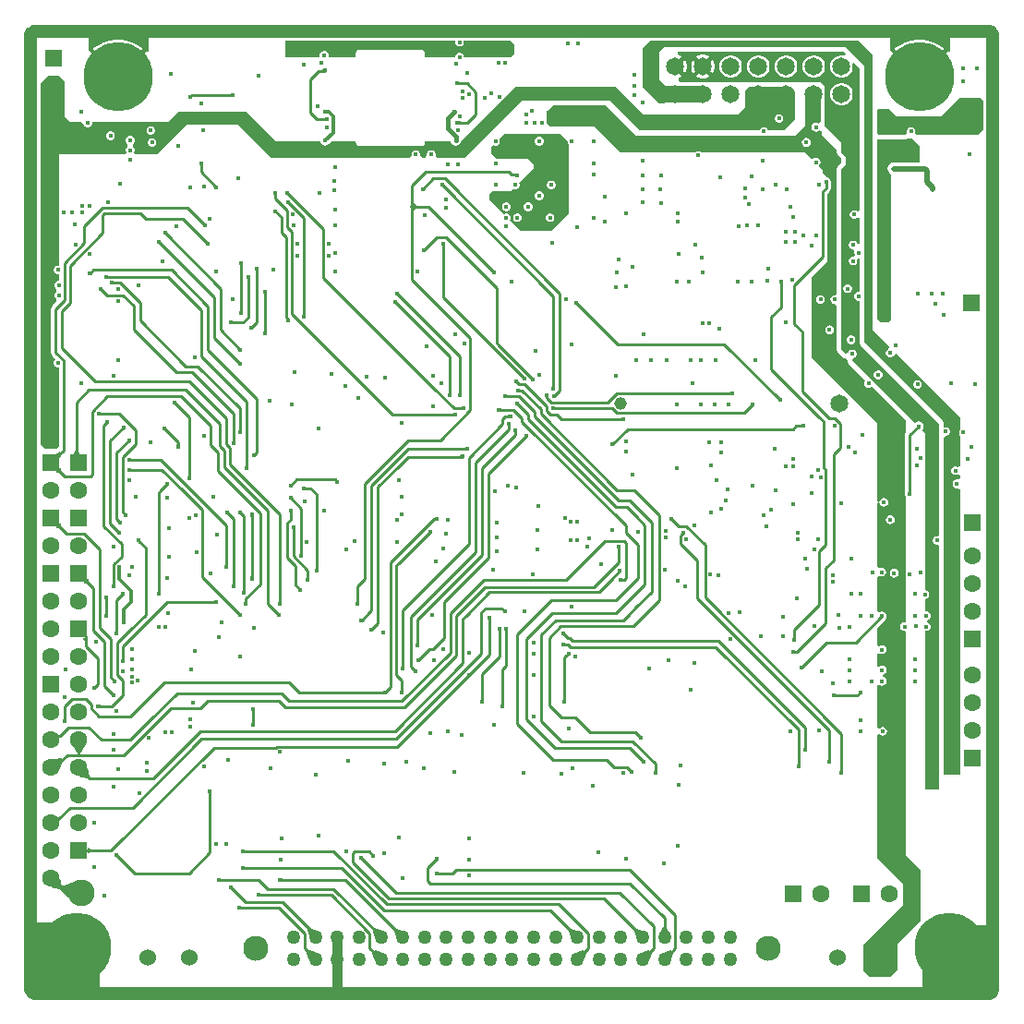
<source format=gbr>
G04*
G04 #@! TF.GenerationSoftware,Altium Limited,Altium Designer,24.9.1 (31)*
G04*
G04 Layer_Physical_Order=4*
G04 Layer_Color=15254943*
%FSLAX44Y44*%
%MOMM*%
G71*
G04*
G04 #@! TF.SameCoordinates,E5D20A50-3BA1-4884-9652-F4273D7A4019*
G04*
G04*
G04 #@! TF.FilePolarity,Positive*
G04*
G01*
G75*
%ADD11C,0.5000*%
%ADD14C,0.4000*%
%ADD17C,0.3000*%
%ADD57R,6.8000X6.4000*%
%ADD58R,6.5000X6.7000*%
%ADD105C,1.5240*%
%ADD107C,0.5000*%
%ADD110C,0.2800*%
%ADD111C,1.2000*%
%ADD123C,0.8890*%
%ADD127C,1.2580*%
%ADD129C,2.3000*%
%ADD131C,1.6000*%
%ADD132R,1.6000X1.6000*%
%ADD133C,2.4500*%
%ADD134R,1.6000X1.6000*%
%ADD135C,1.1500*%
%ADD136C,1.6500*%
%ADD140C,6.3500*%
%ADD141C,0.4000*%
%ADD142C,1.5000*%
G36*
X839669Y888146D02*
X841087Y886728D01*
X842939Y885961D01*
X844944D01*
X846797Y886728D01*
X848195Y888127D01*
X848400Y888161D01*
X850217Y888313D01*
X851522Y886929D01*
Y872583D01*
X849522Y871971D01*
X849461Y872032D01*
X847402Y869973D01*
X844573Y872802D01*
X846633Y874861D01*
X846138Y875355D01*
X841772Y878527D01*
X836963Y880978D01*
X831830Y882646D01*
X826499Y883490D01*
X821101D01*
X815770Y882646D01*
X810637Y880978D01*
X805828Y878527D01*
X801462Y875355D01*
X800967Y874861D01*
X803027Y872802D01*
X800199Y869973D01*
X797455Y872716D01*
X796422Y873144D01*
Y884806D01*
X798422Y886142D01*
X798859Y885961D01*
X800864D01*
X802717Y886728D01*
X804135Y888146D01*
X804289Y888520D01*
X806454D01*
X806609Y888146D01*
X808027Y886728D01*
X809879Y885961D01*
X811884D01*
X813737Y886728D01*
X815155Y888146D01*
X815310Y888520D01*
X817474D01*
X817629Y888146D01*
X819047Y886728D01*
X820899Y885961D01*
X822904D01*
X824757Y886728D01*
X826175Y888146D01*
X826329Y888520D01*
X828494D01*
X828649Y888146D01*
X830067Y886728D01*
X831919Y885961D01*
X833924D01*
X835777Y886728D01*
X837195Y888146D01*
X837349Y888520D01*
X839514D01*
X839669Y888146D01*
D02*
G37*
G36*
X101330D02*
X102747Y886728D01*
X104600Y885961D01*
X106605D01*
X108457Y886728D01*
X109875Y888146D01*
X110030Y888520D01*
X112195D01*
X112350Y888146D01*
X113767Y886728D01*
X115620Y885961D01*
X116622D01*
Y872583D01*
X114622Y871971D01*
X114561Y872032D01*
X112502Y869973D01*
X109673Y872802D01*
X111733Y874861D01*
X111238Y875355D01*
X106872Y878527D01*
X102063Y880978D01*
X96930Y882646D01*
X91599Y883490D01*
X86201D01*
X80870Y882646D01*
X75737Y880978D01*
X70928Y878527D01*
X66562Y875355D01*
X66068Y874861D01*
X68127Y872802D01*
X65298Y869973D01*
X62555Y872716D01*
X61522Y873144D01*
Y885961D01*
X62525D01*
X64377Y886728D01*
X65795Y888146D01*
X65950Y888520D01*
X68115D01*
X68270Y888146D01*
X69687Y886728D01*
X71540Y885961D01*
X73545D01*
X75397Y886728D01*
X76815Y888146D01*
X76970Y888520D01*
X79135D01*
X79290Y888146D01*
X80707Y886728D01*
X82560Y885961D01*
X84565D01*
X86417Y886728D01*
X87835Y888146D01*
X87990Y888520D01*
X90155D01*
X90310Y888146D01*
X91727Y886728D01*
X93580Y885961D01*
X95585D01*
X97437Y886728D01*
X98855Y888146D01*
X99010Y888520D01*
X101175D01*
X101330Y888146D01*
D02*
G37*
G36*
X452000Y879265D02*
Y870000D01*
X449000Y867000D01*
X406000D01*
Y867796D01*
X405391Y869266D01*
X404266Y870391D01*
X402796Y871000D01*
X401204D01*
X399734Y870391D01*
X398609Y869266D01*
X398000Y867796D01*
Y867000D01*
X370059D01*
Y871000D01*
X369826Y872170D01*
X369163Y873163D01*
X368171Y873826D01*
X367000Y874059D01*
X310000D01*
X308829Y873826D01*
X307837Y873163D01*
X307174Y872170D01*
X306941Y871000D01*
Y867000D01*
X282805D01*
X282000Y868204D01*
Y869796D01*
X281391Y871266D01*
X280266Y872391D01*
X278796Y873000D01*
X277204D01*
X275734Y872391D01*
X274609Y871266D01*
X274000Y869796D01*
Y868204D01*
X273195Y867000D01*
X242000D01*
Y881922D01*
X397915D01*
X398000Y881796D01*
Y880204D01*
X398609Y878734D01*
X399734Y877609D01*
X401204Y877000D01*
X402796D01*
X404266Y877609D01*
X405391Y878734D01*
X406000Y880204D01*
Y881796D01*
X406085Y881922D01*
X448936D01*
X452000Y879265D01*
D02*
G37*
G36*
X754311Y871922D02*
X755820Y870412D01*
X754785Y868619D01*
X753549Y868950D01*
X750851D01*
X748244Y868251D01*
X745906Y866902D01*
X743998Y864994D01*
X742648Y862656D01*
X741950Y860049D01*
Y857351D01*
X742648Y854744D01*
X743998Y852406D01*
X745906Y850498D01*
X748244Y849148D01*
X750851Y848450D01*
X753549D01*
X756156Y849148D01*
X758494Y850498D01*
X760402Y852406D01*
X761751Y854744D01*
X762450Y857351D01*
Y860049D01*
X762119Y861285D01*
X763912Y862320D01*
X768922Y857311D01*
Y805000D01*
Y726163D01*
X766922Y725500D01*
X766266Y726155D01*
X764796Y726765D01*
X763204D01*
X761734Y726155D01*
X760609Y725030D01*
X760000Y723560D01*
Y721969D01*
X760609Y720499D01*
X761734Y719373D01*
X763204Y718764D01*
X764796D01*
X766266Y719373D01*
X766922Y720029D01*
X768922Y719365D01*
Y695985D01*
X767000Y695796D01*
X766391Y697266D01*
X765266Y698391D01*
X763796Y699000D01*
X762204D01*
X760734Y698391D01*
X759609Y697266D01*
X759000Y695796D01*
Y694204D01*
X759609Y692734D01*
X760734Y691609D01*
X762204Y691000D01*
X762748D01*
X764145Y689145D01*
X764000Y688796D01*
Y687204D01*
X764453Y686111D01*
X763743Y684913D01*
X763173Y684373D01*
X761831D01*
X760361Y683764D01*
X759236Y682639D01*
X758627Y681169D01*
Y679577D01*
X759236Y678107D01*
X760361Y676982D01*
X761831Y676373D01*
X763423D01*
X764893Y676982D01*
X766018Y678107D01*
X766627Y679577D01*
Y681169D01*
X766479Y681526D01*
X767927Y683122D01*
X768922Y682754D01*
Y652084D01*
X768796Y652000D01*
X767204D01*
X765734Y651391D01*
X764609Y650266D01*
X764000Y648796D01*
Y647204D01*
X764609Y645734D01*
X765734Y644609D01*
X767204Y644000D01*
X768796D01*
X768922Y643916D01*
Y606000D01*
X769232Y604439D01*
X770116Y603116D01*
X841922Y531311D01*
Y528805D01*
X842000Y528411D01*
Y528009D01*
X842000Y528009D01*
Y519181D01*
X841962Y519074D01*
X841978Y518784D01*
X841922Y518499D01*
X841922Y429534D01*
X839922Y428000D01*
X839204D01*
X837734Y427391D01*
X836609Y426266D01*
X836000Y424796D01*
Y423204D01*
X836609Y421734D01*
X837734Y420609D01*
X839204Y420000D01*
X840796D01*
X841922Y419248D01*
X841922Y209000D01*
X842000Y208606D01*
Y196000D01*
X828600D01*
Y340596D01*
X829204Y341000D01*
X830796D01*
X832266Y341609D01*
X833391Y342734D01*
X834000Y344204D01*
Y345796D01*
X833391Y347266D01*
X832266Y348391D01*
X830796Y349000D01*
X830303Y350000D01*
X830796Y351000D01*
X832266Y351609D01*
X833391Y352734D01*
X834000Y354204D01*
Y355796D01*
X833391Y357266D01*
X832266Y358391D01*
X830796Y359000D01*
X829204D01*
X828600Y359404D01*
Y370500D01*
X829396D01*
X830866Y371109D01*
X831991Y372234D01*
X832600Y373704D01*
Y375296D01*
X831991Y376766D01*
X830866Y377891D01*
X829396Y378500D01*
X828600D01*
Y393239D01*
X829000Y394204D01*
Y395796D01*
X828600Y396761D01*
Y498239D01*
X829000Y499204D01*
Y500796D01*
X828600Y501761D01*
Y522400D01*
X825807Y525193D01*
X826217Y525603D01*
X827189Y527059D01*
X827531Y528775D01*
X827189Y530492D01*
X826217Y531948D01*
X824761Y532920D01*
X823045Y533262D01*
X821328Y532920D01*
X819872Y531948D01*
X819462Y531538D01*
X762000Y589000D01*
X762796Y591000D01*
X764266Y591609D01*
X765391Y592734D01*
X766000Y594204D01*
Y595796D01*
X765391Y597266D01*
X764266Y598391D01*
X762796Y599000D01*
X761204D01*
X759734Y598391D01*
X758609Y597266D01*
X758000Y595796D01*
X756000Y595000D01*
X752000Y599000D01*
Y765000D01*
X756000Y769000D01*
Y776000D01*
X752000Y780000D01*
Y789000D01*
X737000Y804000D01*
Y831764D01*
X737050Y831951D01*
Y834649D01*
X737000Y834836D01*
Y840000D01*
X733000Y844000D01*
X705394D01*
X705000Y844078D01*
X705000Y844078D01*
X667000Y844078D01*
X667000Y844078D01*
X666606Y844000D01*
X605000D01*
X602751Y846249D01*
X603348Y848480D01*
X603965Y848645D01*
X605906Y849766D01*
X603827Y851845D01*
X606655Y854673D01*
X608734Y852594D01*
X609855Y854535D01*
X610590Y857280D01*
Y860120D01*
X609855Y862865D01*
X608734Y864806D01*
X606655Y862727D01*
X603827Y865555D01*
X605906Y867634D01*
X603965Y868755D01*
X602762Y869077D01*
X601770Y870698D01*
X601722Y871389D01*
X602261Y871922D01*
X754311Y871922D01*
D02*
G37*
G36*
X277719Y853464D02*
X276600Y853400D01*
X276200Y856200D01*
X277439Y856250D01*
X277719Y853464D01*
D02*
G37*
G36*
X881922Y827078D02*
Y800922D01*
X877000Y796000D01*
X821252Y796000D01*
X819915Y798000D01*
X820000Y798204D01*
Y799796D01*
X819391Y801266D01*
X818266Y802391D01*
X816796Y803000D01*
X815204D01*
X813734Y802391D01*
X812609Y801266D01*
X812000Y799796D01*
Y798204D01*
X812085Y798000D01*
X810748Y796000D01*
X787000D01*
X785078Y797922D01*
Y819078D01*
X786000Y820000D01*
X796000D01*
X803000Y813000D01*
X843000D01*
X860000Y830000D01*
X879000D01*
X881922Y827078D01*
D02*
G37*
G36*
X402911Y808425D02*
X402449Y805625D01*
X401347Y805700D01*
X401669Y808482D01*
X402911Y808425D01*
D02*
G37*
G36*
X40000Y845000D02*
Y813000D01*
X45000Y808000D01*
X55085D01*
X57000Y806204D01*
X57609Y804734D01*
X58734Y803609D01*
X60204Y803000D01*
X61796D01*
X63266Y803609D01*
X64391Y804734D01*
X65000Y806204D01*
Y807796D01*
X65136Y808000D01*
X135000Y808000D01*
X144000Y817000D01*
X207000D01*
X234000Y790000D01*
X274562D01*
X274761Y789001D01*
X275756Y787513D01*
X277244Y786518D01*
X279000Y786169D01*
X280756Y786518D01*
X282244Y787513D01*
X284731Y790000D01*
X306941D01*
Y789000D01*
X307174Y787830D01*
X307837Y786837D01*
X308829Y786174D01*
X310000Y785941D01*
X367000D01*
X368171Y786174D01*
X369163Y786837D01*
X369826Y787830D01*
X370059Y789000D01*
Y790000D01*
X393651D01*
X393790Y789299D01*
X394895Y787645D01*
X396549Y786540D01*
X398500Y786152D01*
X400451Y786540D01*
X402105Y787645D01*
X403210Y789299D01*
X403436Y790436D01*
X440144Y827144D01*
X441266Y827609D01*
X442391Y828734D01*
X442855Y829856D01*
X453000Y840000D01*
X545000D01*
X570000Y815000D01*
X658000Y815000D01*
X664000Y821000D01*
X664000Y837000D01*
X667000Y840000D01*
X667000D01*
X667000Y840000D01*
X667000Y840000D01*
X686000Y840000D01*
X705000D01*
X710000Y835000D01*
Y810000D01*
X700000Y800000D01*
X684915D01*
X684391Y801266D01*
X683266Y802391D01*
X681796Y803000D01*
X680204D01*
X678734Y802391D01*
X677609Y801266D01*
X677085Y800000D01*
X567000D01*
X540000Y827000D01*
X536079D01*
X536078Y827000D01*
X536078Y827000D01*
X487922D01*
X487922Y827000D01*
X487921Y827000D01*
X459000D01*
X407000Y775000D01*
X381252D01*
X379915Y777000D01*
X380000Y777204D01*
Y778796D01*
X379391Y780266D01*
X378266Y781391D01*
X376796Y782000D01*
X375204D01*
X373734Y781391D01*
X372609Y780266D01*
X372000Y778796D01*
Y777204D01*
X372085Y777000D01*
X370748Y775000D01*
X367252D01*
X365915Y777000D01*
X366000Y777204D01*
Y778796D01*
X365391Y780266D01*
X364266Y781391D01*
X362796Y782000D01*
X361204D01*
X359734Y781391D01*
X358609Y780266D01*
X358000Y778796D01*
Y777204D01*
X358085Y777000D01*
X356748Y775000D01*
X229000D01*
X199000Y805000D01*
X152000D01*
X125000Y778000D01*
X104485D01*
X103934Y778873D01*
X103501Y780000D01*
X104000Y781204D01*
Y782796D01*
X103391Y784266D01*
X102266Y785391D01*
X102202Y785418D01*
Y787582D01*
X102266Y787609D01*
X103391Y788734D01*
X104000Y790204D01*
Y791796D01*
X103391Y793266D01*
X102266Y794391D01*
X100796Y795000D01*
X99204D01*
X97734Y794391D01*
X96609Y793266D01*
X96000Y791796D01*
Y790204D01*
X96609Y788734D01*
X97734Y787609D01*
X97798Y787582D01*
Y785418D01*
X97734Y785391D01*
X96609Y784266D01*
X96000Y782796D01*
Y781204D01*
X96499Y780000D01*
X96066Y778873D01*
X95515Y778000D01*
X35000D01*
Y725796D01*
Y724204D01*
Y676136D01*
X34796Y676000D01*
X33204D01*
X31734Y675391D01*
X30609Y674266D01*
X30000Y672796D01*
Y671204D01*
X30609Y669734D01*
X31734Y668609D01*
X33204Y668000D01*
X34796D01*
X35000Y667863D01*
Y662000D01*
X34004D01*
X32534Y661391D01*
X31409Y660266D01*
X30800Y658796D01*
Y657204D01*
X31409Y655734D01*
X32534Y654609D01*
X32598Y654582D01*
Y652418D01*
X32534Y652391D01*
X31409Y651266D01*
X30800Y649796D01*
Y648204D01*
X31409Y646734D01*
X32238Y645906D01*
X32549Y644954D01*
X32584Y643424D01*
X28628Y639468D01*
X27655Y638012D01*
X27314Y636295D01*
X27314Y636295D01*
Y596130D01*
X27314Y596130D01*
X27655Y594413D01*
X28628Y592957D01*
X31464Y590121D01*
X30609Y589266D01*
X30000Y587796D01*
Y586204D01*
X30609Y584734D01*
X31734Y583609D01*
X33204Y583000D01*
X34414D01*
Y510414D01*
X32000Y508000D01*
X22000D01*
X18078Y511922D01*
Y843078D01*
X25000Y850000D01*
X35000D01*
X40000Y845000D01*
D02*
G37*
G36*
X732922Y837078D02*
Y834836D01*
X732972Y834585D01*
Y832015D01*
X732922Y831764D01*
Y807596D01*
X730922Y806527D01*
X730561Y806768D01*
X729000Y807078D01*
X727439Y806768D01*
X726116Y805884D01*
X725232Y804561D01*
X724922Y803000D01*
X725232Y801439D01*
X726116Y800116D01*
X727439Y799232D01*
X729000Y798922D01*
X730561Y799232D01*
X731884Y800116D01*
X732000Y800290D01*
X734000Y799683D01*
Y796000D01*
X747922Y782078D01*
Y780000D01*
X747922Y780000D01*
X748232Y778439D01*
X749116Y777116D01*
X749116Y777116D01*
X751922Y774311D01*
Y770689D01*
X749116Y767884D01*
X748232Y766561D01*
X747922Y765000D01*
X747922Y765000D01*
Y650735D01*
X746000Y649078D01*
X744439Y648768D01*
X743116Y647884D01*
X742232Y646561D01*
X741922Y645000D01*
X742232Y643439D01*
X743116Y642116D01*
X744439Y641232D01*
X746000Y640922D01*
X747922Y639265D01*
Y599000D01*
X747922Y599000D01*
X748232Y597439D01*
X749116Y596116D01*
X749116Y596116D01*
X753116Y592116D01*
X753754Y591690D01*
X754387Y591254D01*
X754415Y591248D01*
X754439Y591232D01*
X755192Y591082D01*
X755943Y590922D01*
X755971Y590927D01*
X756000Y590922D01*
X756065Y590935D01*
X757935Y589065D01*
X757922Y589000D01*
X757927Y588971D01*
X757922Y588943D01*
X758082Y588192D01*
X758232Y587439D01*
X758248Y587415D01*
X758254Y587387D01*
X758690Y586754D01*
X759116Y586116D01*
X774137Y571095D01*
X774116Y570884D01*
X773232Y569561D01*
X772922Y568000D01*
X773232Y566439D01*
X774116Y565116D01*
X775439Y564232D01*
X777000Y563922D01*
X778561Y564232D01*
X779884Y565116D01*
X780095Y565137D01*
X811000Y534232D01*
Y522789D01*
X810605Y522198D01*
X810264Y520481D01*
X810264Y520481D01*
Y467000D01*
X810605Y465283D01*
X811000Y464692D01*
Y393394D01*
X810922Y393000D01*
X811000Y392606D01*
Y349899D01*
X810000Y349078D01*
X808439Y348768D01*
X807116Y347884D01*
X806232Y346561D01*
X805922Y345000D01*
X806232Y343439D01*
X807116Y342116D01*
X808439Y341232D01*
X810000Y340922D01*
X811000Y340101D01*
Y136000D01*
X825000Y122000D01*
Y75000D01*
X804000Y54000D01*
Y31000D01*
X797000Y24000D01*
X778000D01*
X772000Y30000D01*
Y53000D01*
X809000Y90000D01*
Y109000D01*
X785000Y133000D01*
Y245683D01*
X787000Y246290D01*
X787116Y246116D01*
X788439Y245232D01*
X790000Y244922D01*
X791561Y245232D01*
X792884Y246116D01*
X793768Y247439D01*
X794078Y249000D01*
X793768Y250561D01*
X792884Y251884D01*
X791561Y252768D01*
X790000Y253078D01*
X788439Y252768D01*
X787116Y251884D01*
X787000Y251710D01*
X785000Y252317D01*
Y290974D01*
X785617Y291410D01*
X787000Y291860D01*
X787939Y291232D01*
X789500Y290922D01*
X791061Y291232D01*
X792384Y292116D01*
X793268Y293439D01*
X793578Y295000D01*
X793268Y296561D01*
X792384Y297884D01*
X791061Y298768D01*
X789992Y298980D01*
Y301020D01*
X791061Y301232D01*
X792384Y302116D01*
X793268Y303439D01*
X793578Y305000D01*
X793268Y306561D01*
X792384Y307884D01*
X791061Y308768D01*
X789500Y309078D01*
X787939Y308768D01*
X787000Y308140D01*
X785617Y308590D01*
X785000Y309026D01*
Y319866D01*
X785617Y320302D01*
X787000Y320752D01*
X787939Y320125D01*
X789500Y319814D01*
X791061Y320125D01*
X792384Y321009D01*
X793268Y322332D01*
X793578Y323893D01*
X793268Y325453D01*
X792384Y326776D01*
X791061Y327660D01*
X789500Y327971D01*
X787939Y327660D01*
X787000Y327033D01*
X785617Y327483D01*
X785000Y327919D01*
Y344056D01*
X792272Y351328D01*
X793245Y352783D01*
X793586Y354500D01*
X793245Y356217D01*
X792272Y357672D01*
X790817Y358645D01*
X789100Y358986D01*
X787383Y358645D01*
X787000Y358389D01*
X785000Y359458D01*
Y390461D01*
X787000Y391526D01*
X787439Y391232D01*
X789000Y390922D01*
X790561Y391232D01*
X791884Y392116D01*
X792768Y393439D01*
X793078Y395000D01*
X792768Y396561D01*
X791884Y397884D01*
X790561Y398768D01*
X789000Y399078D01*
X787439Y398768D01*
X787000Y398474D01*
X785000Y399539D01*
Y458409D01*
X787000Y458606D01*
X787232Y457439D01*
X788116Y456116D01*
X789439Y455232D01*
X791000Y454922D01*
X792561Y455232D01*
X793884Y456116D01*
X794768Y457439D01*
X795078Y459000D01*
X794768Y460561D01*
X793884Y461884D01*
X792561Y462768D01*
X791000Y463078D01*
X789439Y462768D01*
X788116Y461884D01*
X787232Y460561D01*
X787000Y459394D01*
X785000Y459591D01*
Y532000D01*
X725000Y592000D01*
Y666000D01*
X739000Y680000D01*
Y682137D01*
X739145Y682354D01*
X739486Y684070D01*
Y742142D01*
X741172Y743828D01*
X741172Y743828D01*
X742145Y745283D01*
X742486Y747000D01*
X742486Y747000D01*
Y753000D01*
X742145Y754717D01*
X741172Y756172D01*
X739717Y757145D01*
X738641Y757359D01*
X735000Y761000D01*
X735000Y764000D01*
X731794Y767206D01*
X731884Y768116D01*
X732768Y769439D01*
X733078Y771000D01*
X732768Y772561D01*
X731884Y773884D01*
X730561Y774768D01*
X729000Y775078D01*
X727439Y774768D01*
X726116Y773884D01*
X725206Y773794D01*
X719000Y780000D01*
X623710D01*
X622561Y780768D01*
X621000Y781078D01*
X619439Y780768D01*
X618290Y780000D01*
X550000D01*
X526000Y804000D01*
X485000Y804000D01*
X482065Y806935D01*
X482078Y807000D01*
X482000Y807394D01*
Y818000D01*
X483000D01*
X487922Y822922D01*
X487922Y822922D01*
X536078D01*
X536078Y822922D01*
X564000Y795000D01*
X680606D01*
X681000Y794922D01*
X681394Y795000D01*
X710000D01*
X719000Y804000D01*
Y836000D01*
X722922Y839922D01*
X730078D01*
X732922Y837078D01*
D02*
G37*
G36*
X824000Y786000D02*
Y771000D01*
X823608Y770608D01*
X800000D01*
X797854Y770181D01*
X796035Y768965D01*
X794819Y767146D01*
X794392Y765000D01*
X794819Y762854D01*
X796035Y761035D01*
X797854Y759819D01*
X798000Y759790D01*
Y627000D01*
X795000Y624000D01*
X788000D01*
X785078Y626922D01*
Y790561D01*
X786705Y791980D01*
X787000Y791922D01*
X787000Y791922D01*
X810748D01*
X811142Y792000D01*
X811544D01*
X811915Y792154D01*
X812309Y792232D01*
X812643Y792455D01*
X813014Y792609D01*
X813298Y792893D01*
X813458Y793000D01*
X817000D01*
X824000Y786000D01*
D02*
G37*
G36*
X501000Y790000D02*
Y789204D01*
X501609Y787734D01*
X502000Y787343D01*
Y724000D01*
X486000Y708000D01*
X458000D01*
X448328Y717672D01*
X448391Y717734D01*
X449000Y719204D01*
Y720796D01*
X448391Y722266D01*
X447266Y723391D01*
X445796Y724000D01*
X444204D01*
X442734Y723391D01*
X442672Y723328D01*
X429500Y736500D01*
Y741500D01*
X432000Y744000D01*
X449000D01*
X451419Y746419D01*
X452430Y746000D01*
X454021D01*
X455491Y746609D01*
X456616Y747734D01*
X457225Y749204D01*
Y750796D01*
X456806Y751806D01*
X470000Y765000D01*
Y769000D01*
X465000Y774000D01*
X436000D01*
X431000Y779000D01*
Y785000D01*
X432672Y786672D01*
X432734Y786609D01*
X434204Y786000D01*
X435796D01*
X437266Y786609D01*
X438391Y787734D01*
X439000Y789204D01*
Y790796D01*
X438391Y792266D01*
X438328Y792328D01*
X443000Y797000D01*
X494000Y797000D01*
X501000Y790000D01*
D02*
G37*
G36*
X453742Y760555D02*
X453420Y757773D01*
X452178Y757830D01*
X452640Y760630D01*
X453742Y760555D01*
D02*
G37*
G36*
X362200Y731400D02*
Y728600D01*
X359400Y725800D01*
X356600Y730000D01*
X359400Y734200D01*
X362200Y731400D01*
D02*
G37*
G36*
X440800Y545200D02*
X440400Y542400D01*
X439281Y542464D01*
X439561Y545250D01*
X440800Y545200D01*
D02*
G37*
G36*
X447872Y536445D02*
X446770Y536370D01*
X446308Y539170D01*
X447550Y539227D01*
X447872Y536445D01*
D02*
G37*
G36*
X715626Y527547D02*
X714450Y527525D01*
X714302Y530325D01*
X715520Y530345D01*
X715626Y527547D01*
D02*
G37*
G36*
X145227Y511580D02*
X142445Y511258D01*
X142370Y512360D01*
X145170Y512822D01*
X145227Y511580D01*
D02*
G37*
G36*
X53600Y503239D02*
X48000D01*
X49400Y506069D01*
X52200D01*
X53600Y503239D01*
D02*
G37*
G36*
X403742Y499445D02*
X402640Y499370D01*
X402178Y502170D01*
X403420Y502227D01*
X403742Y499445D01*
D02*
G37*
G36*
X37349Y503270D02*
X35339Y499310D01*
X31410Y503239D01*
X35370Y505249D01*
X37349Y503270D01*
D02*
G37*
G36*
X778000Y872000D02*
X781000Y869000D01*
Y617000D01*
X796060Y601940D01*
X796083Y601628D01*
X795474Y599697D01*
X794734Y599391D01*
X793609Y598266D01*
X793000Y596796D01*
Y595204D01*
X793609Y593734D01*
X794734Y592609D01*
X796204Y592000D01*
X797796D01*
X799266Y592609D01*
X800391Y593734D01*
X800697Y594474D01*
X802628Y595083D01*
X802940Y595060D01*
X830204Y567796D01*
X831796Y566204D01*
X861000Y537000D01*
Y525657D01*
X860609Y525266D01*
X860000Y523796D01*
Y522204D01*
X860609Y520734D01*
X861000Y520343D01*
Y492485D01*
X860127Y491934D01*
X859000Y491501D01*
X857796Y492000D01*
X856204D01*
X854734Y491391D01*
X853609Y490266D01*
X853000Y488796D01*
Y487204D01*
X853609Y485734D01*
X854734Y484609D01*
X856204Y484000D01*
X857796D01*
X859000Y484499D01*
X860127Y484066D01*
X861000Y483515D01*
Y481252D01*
X859000Y479915D01*
X858796Y480000D01*
X857204D01*
X855734Y479391D01*
X854609Y478266D01*
X854000Y476796D01*
Y475204D01*
X854609Y473734D01*
X855734Y472609D01*
X857204Y472000D01*
X858796D01*
X859000Y472085D01*
X861000Y470748D01*
Y209000D01*
X846000D01*
X846000Y518499D01*
X848000Y520000D01*
X848796D01*
X850266Y520609D01*
X851391Y521734D01*
X852000Y523204D01*
Y524796D01*
X851391Y526266D01*
X850266Y527391D01*
X848796Y528000D01*
X847204D01*
X846000Y528805D01*
Y533000D01*
X773000Y606000D01*
Y805000D01*
Y859000D01*
X756000Y876000D01*
X589000Y876000D01*
X585000Y872000D01*
X585000Y847000D01*
X591620Y840380D01*
X591166Y839925D01*
X589745Y837465D01*
X589010Y834721D01*
Y831880D01*
X589745Y829135D01*
X590978Y827000D01*
X590313Y825000D01*
X585000D01*
X570000Y840000D01*
Y875000D01*
X576922Y881922D01*
X768077D01*
X778000Y872000D01*
D02*
G37*
G36*
X37349Y487331D02*
X35370Y485351D01*
X31410Y487331D01*
X35370Y491290D01*
X37349Y487331D01*
D02*
G37*
G36*
X213250Y446439D02*
X213200Y445200D01*
X210400Y445600D01*
X210464Y446719D01*
X213250Y446439D01*
D02*
G37*
G36*
X37349Y436530D02*
X35370Y434551D01*
X31410Y436530D01*
X35370Y440490D01*
X37349Y436530D01*
D02*
G37*
G36*
X213200Y390800D02*
X213136Y389681D01*
X210350Y389961D01*
X210400Y391200D01*
X213200Y390800D01*
D02*
G37*
G36*
X62749Y385731D02*
X60770Y383751D01*
X56810Y385731D01*
X60770Y389690D01*
X62749Y385731D01*
D02*
G37*
G36*
X207630Y368359D02*
X207555Y367258D01*
X204773Y367580D01*
X204830Y368822D01*
X207630Y368359D01*
D02*
G37*
G36*
X60800Y332131D02*
X58000D01*
X56600Y334930D01*
X60770D01*
X60800Y332131D01*
D02*
G37*
G36*
X72822Y273170D02*
X72359Y270370D01*
X71258Y270445D01*
X71580Y273227D01*
X72822Y273170D01*
D02*
G37*
G36*
X214425Y266397D02*
X211625Y266348D01*
X211618Y267554D01*
X214418Y267589D01*
X214425Y266397D01*
D02*
G37*
G36*
X41227Y259580D02*
X38445Y259258D01*
X38370Y260359D01*
X41170Y260822D01*
X41227Y259580D01*
D02*
G37*
G36*
X54200Y228624D02*
X51400D01*
X47200Y235587D01*
X58400D01*
X54200Y228624D01*
D02*
G37*
G36*
X38483Y221503D02*
X35032Y213501D01*
X29951Y223482D01*
X37160Y224140D01*
X38483Y221503D01*
D02*
G37*
G36*
X62754Y207926D02*
X60774Y205946D01*
X52880Y207900D01*
X60800Y215820D01*
X62754Y207926D01*
D02*
G37*
G36*
X63569Y141100D02*
Y138300D01*
X60739Y136900D01*
Y142500D01*
X63569Y141100D01*
D02*
G37*
G36*
X239800Y114200D02*
X239400Y111400D01*
X238281Y111464D01*
X238561Y114250D01*
X239800Y114200D01*
D02*
G37*
G36*
X37308Y106509D02*
X48382Y111309D01*
X43508Y96759D01*
X36808Y103492D01*
Y105781D01*
X35374Y104346D01*
X27480Y106300D01*
X35400Y114220D01*
X37308Y106509D01*
D02*
G37*
G36*
X594403Y64492D02*
X585597D01*
X588600Y69906D01*
X591400D01*
X594403Y64492D01*
D02*
G37*
G36*
X271286Y66157D02*
X263870Y61409D01*
X262847Y67079D01*
X265273Y68612D01*
X271286Y66157D01*
D02*
G37*
G36*
X330785Y66241D02*
X323776Y60910D01*
X322510Y66709D01*
X324767Y68412D01*
X330785Y66241D01*
D02*
G37*
G36*
X569937Y66290D02*
X563710Y60063D01*
X562005Y66015D01*
X563985Y67995D01*
X569937Y66290D01*
D02*
G37*
G36*
X509937D02*
X503710Y60063D01*
X502005Y66015D01*
X503985Y67995D01*
X509937Y66290D01*
D02*
G37*
G36*
X349937D02*
X343710Y60063D01*
X342005Y66015D01*
X343985Y67995D01*
X349937Y66290D01*
D02*
G37*
G36*
X597995Y46015D02*
X596290Y40063D01*
X590063Y46290D01*
X596015Y47995D01*
X597995Y46015D01*
D02*
G37*
G36*
X577995D02*
X576290Y40063D01*
X570063Y46290D01*
X576015Y47995D01*
X577995Y46015D01*
D02*
G37*
G36*
X517995D02*
X516290Y40063D01*
X510063Y46290D01*
X516015Y47995D01*
X517995Y46015D01*
D02*
G37*
G36*
X329937Y46290D02*
X323710Y40063D01*
X322005Y46015D01*
X323985Y47995D01*
X329937Y46290D01*
D02*
G37*
G36*
X269937D02*
X263710Y40063D01*
X262005Y46015D01*
X263985Y47995D01*
X269937Y46290D01*
D02*
G37*
%LPC*%
G36*
X626620Y869490D02*
X623779D01*
X621035Y868755D01*
X619094Y867634D01*
X621173Y865555D01*
X618345Y862727D01*
X616266Y864806D01*
X615145Y862865D01*
X614410Y860120D01*
Y857280D01*
X615145Y854535D01*
X616266Y852594D01*
X618345Y854673D01*
X621173Y851845D01*
X619094Y849766D01*
X621035Y848645D01*
X623779Y847910D01*
X626620D01*
X629365Y848645D01*
X631306Y849766D01*
X629227Y851845D01*
X632055Y854673D01*
X634134Y852594D01*
X635255Y854535D01*
X635990Y857280D01*
Y860120D01*
X635255Y862865D01*
X634134Y864806D01*
X632055Y862727D01*
X629227Y865555D01*
X631306Y867634D01*
X629365Y868755D01*
X626620Y869490D01*
D02*
G37*
G36*
X728149Y868950D02*
X725451D01*
X722844Y868251D01*
X720506Y866902D01*
X718598Y864994D01*
X717249Y862656D01*
X716550Y860049D01*
Y857351D01*
X717249Y854744D01*
X718598Y852406D01*
X720506Y850498D01*
X722844Y849148D01*
X725451Y848450D01*
X728149D01*
X730756Y849148D01*
X733094Y850498D01*
X735002Y852406D01*
X736351Y854744D01*
X737050Y857351D01*
Y860049D01*
X736351Y862656D01*
X735002Y864994D01*
X733094Y866902D01*
X730756Y868251D01*
X728149Y868950D01*
D02*
G37*
G36*
X702749D02*
X700051D01*
X697444Y868251D01*
X695106Y866902D01*
X693198Y864994D01*
X691849Y862656D01*
X691150Y860049D01*
Y857351D01*
X691849Y854744D01*
X693198Y852406D01*
X695106Y850498D01*
X697444Y849148D01*
X700051Y848450D01*
X702749D01*
X705356Y849148D01*
X707694Y850498D01*
X709602Y852406D01*
X710952Y854744D01*
X711650Y857351D01*
Y860049D01*
X710952Y862656D01*
X709602Y864994D01*
X707694Y866902D01*
X705356Y868251D01*
X702749Y868950D01*
D02*
G37*
G36*
X677349D02*
X674651D01*
X672044Y868251D01*
X669706Y866902D01*
X667798Y864994D01*
X666449Y862656D01*
X665750Y860049D01*
Y857351D01*
X666449Y854744D01*
X667798Y852406D01*
X669706Y850498D01*
X672044Y849148D01*
X674651Y848450D01*
X677349D01*
X679956Y849148D01*
X682294Y850498D01*
X684202Y852406D01*
X685552Y854744D01*
X686250Y857351D01*
Y860049D01*
X685552Y862656D01*
X684202Y864994D01*
X682294Y866902D01*
X679956Y868251D01*
X677349Y868950D01*
D02*
G37*
G36*
X651949D02*
X649251D01*
X646644Y868251D01*
X644306Y866902D01*
X642398Y864994D01*
X641049Y862656D01*
X640350Y860049D01*
Y857351D01*
X641049Y854744D01*
X642398Y852406D01*
X644306Y850498D01*
X646644Y849148D01*
X649251Y848450D01*
X651949D01*
X654556Y849148D01*
X656894Y850498D01*
X658802Y852406D01*
X660152Y854744D01*
X660850Y857351D01*
Y860049D01*
X660152Y862656D01*
X658802Y864994D01*
X656894Y866902D01*
X654556Y868251D01*
X651949Y868950D01*
D02*
G37*
G36*
X753549Y843550D02*
X750851D01*
X748244Y842851D01*
X745906Y841502D01*
X743998Y839594D01*
X742648Y837256D01*
X741950Y834649D01*
Y831951D01*
X742648Y829344D01*
X743998Y827006D01*
X745906Y825098D01*
X748244Y823748D01*
X750851Y823050D01*
X753549D01*
X756156Y823748D01*
X758494Y825098D01*
X760402Y827006D01*
X761751Y829344D01*
X762450Y831951D01*
Y834649D01*
X761751Y837256D01*
X760402Y839594D01*
X758494Y841502D01*
X756156Y842851D01*
X753549Y843550D01*
D02*
G37*
G36*
X758796Y659000D02*
X757204D01*
X755734Y658391D01*
X754609Y657266D01*
X754000Y655796D01*
Y654204D01*
X754609Y652734D01*
X755734Y651609D01*
X757204Y651000D01*
X758796D01*
X760266Y651609D01*
X761391Y652734D01*
X762000Y654204D01*
Y655796D01*
X761391Y657266D01*
X760266Y658391D01*
X758796Y659000D01*
D02*
G37*
G36*
X761796Y612000D02*
X760204D01*
X758734Y611391D01*
X757609Y610266D01*
X757000Y608796D01*
Y607204D01*
X757609Y605734D01*
X758734Y604609D01*
X760204Y604000D01*
X761796D01*
X763266Y604609D01*
X764391Y605734D01*
X765000Y607204D01*
Y608796D01*
X764391Y610266D01*
X763266Y611391D01*
X761796Y612000D01*
D02*
G37*
G36*
X786796Y580000D02*
X785204D01*
X783734Y579391D01*
X782609Y578266D01*
X782000Y576796D01*
Y575204D01*
X782609Y573734D01*
X783734Y572609D01*
X785204Y572000D01*
X786796D01*
X788266Y572609D01*
X789391Y573734D01*
X790000Y575204D01*
Y576796D01*
X789391Y578266D01*
X788266Y579391D01*
X786796Y580000D01*
D02*
G37*
G36*
X695796Y815000D02*
X694204D01*
X692734Y814391D01*
X691609Y813266D01*
X691000Y811796D01*
Y810204D01*
X691609Y808734D01*
X692734Y807609D01*
X694204Y807000D01*
X695796D01*
X697266Y807609D01*
X698391Y808734D01*
X699000Y810204D01*
Y811796D01*
X698391Y813266D01*
X697266Y814391D01*
X695796Y815000D01*
D02*
G37*
G36*
X119796Y804000D02*
X118204D01*
X116734Y803391D01*
X115609Y802266D01*
X115000Y800796D01*
Y799204D01*
X115609Y797734D01*
X116734Y796609D01*
X118204Y796000D01*
X119796D01*
X121266Y796609D01*
X122391Y797734D01*
X123000Y799204D01*
Y800796D01*
X122391Y802266D01*
X121266Y803391D01*
X119796Y804000D01*
D02*
G37*
G36*
X82796Y799000D02*
X81204D01*
X79734Y798391D01*
X78609Y797266D01*
X78000Y795796D01*
Y794204D01*
X78609Y792734D01*
X79734Y791609D01*
X81204Y791000D01*
X82796D01*
X84266Y791609D01*
X85391Y792734D01*
X86000Y794204D01*
Y795796D01*
X85391Y797266D01*
X84266Y798391D01*
X82796Y799000D01*
D02*
G37*
G36*
X120796Y793000D02*
X119204D01*
X117734Y792391D01*
X116609Y791266D01*
X116000Y789796D01*
Y788204D01*
X116609Y786734D01*
X117734Y785609D01*
X119204Y785000D01*
X120796D01*
X122266Y785609D01*
X123391Y786734D01*
X124000Y788204D01*
Y789796D01*
X123391Y791266D01*
X122266Y792391D01*
X120796Y793000D01*
D02*
G37*
G36*
X720000Y793078D02*
X718439Y792768D01*
X717116Y791884D01*
X716232Y790561D01*
X715922Y789000D01*
X716232Y787439D01*
X717116Y786116D01*
X718439Y785232D01*
X720000Y784922D01*
X721561Y785232D01*
X722884Y786116D01*
X723768Y787439D01*
X724078Y789000D01*
X723768Y790561D01*
X722884Y791884D01*
X721561Y792768D01*
X720000Y793078D01*
D02*
G37*
G36*
X733000Y649078D02*
X731439Y648768D01*
X730116Y647884D01*
X729232Y646561D01*
X728922Y645000D01*
X729232Y643439D01*
X730116Y642116D01*
X731439Y641232D01*
X733000Y640922D01*
X734561Y641232D01*
X735884Y642116D01*
X736768Y643439D01*
X737078Y645000D01*
X736768Y646561D01*
X735884Y647884D01*
X734561Y648768D01*
X733000Y649078D01*
D02*
G37*
G36*
X741339Y621215D02*
X739778Y620904D01*
X738455Y620020D01*
X737571Y618697D01*
X737261Y617136D01*
X737571Y615576D01*
X738455Y614253D01*
X739778Y613368D01*
X741339Y613058D01*
X742900Y613368D01*
X744223Y614253D01*
X745107Y615576D01*
X745417Y617136D01*
X745107Y618697D01*
X744223Y620020D01*
X742900Y620904D01*
X741339Y621215D01*
D02*
G37*
G36*
X797000Y447078D02*
X795439Y446768D01*
X794116Y445884D01*
X793232Y444561D01*
X792922Y443000D01*
X793232Y441439D01*
X794116Y440116D01*
X795439Y439232D01*
X797000Y438922D01*
X798561Y439232D01*
X799884Y440116D01*
X800768Y441439D01*
X801078Y443000D01*
X800768Y444561D01*
X799884Y445884D01*
X798561Y446768D01*
X797000Y447078D01*
D02*
G37*
G36*
X800524Y398018D02*
X798963Y397707D01*
X797640Y396823D01*
X796756Y395500D01*
X796445Y393939D01*
X796756Y392378D01*
X797640Y391055D01*
X798963Y390171D01*
X800524Y389861D01*
X802085Y390171D01*
X803408Y391055D01*
X804292Y392378D01*
X804602Y393939D01*
X804292Y395500D01*
X803408Y396823D01*
X802085Y397707D01*
X800524Y398018D01*
D02*
G37*
G36*
X475796Y794000D02*
X474204D01*
X472734Y793391D01*
X471609Y792266D01*
X471000Y790796D01*
Y789204D01*
X471609Y787734D01*
X472734Y786609D01*
X474204Y786000D01*
X475796D01*
X477266Y786609D01*
X478391Y787734D01*
X479000Y789204D01*
Y790796D01*
X478391Y792266D01*
X477266Y793391D01*
X475796Y794000D01*
D02*
G37*
G36*
X486795Y753998D02*
X485203D01*
X483733Y753390D01*
X482608Y752264D01*
X481999Y750794D01*
Y749203D01*
X482608Y747733D01*
X483733Y746608D01*
X485203Y745999D01*
X486795D01*
X488265Y746608D01*
X489390Y747733D01*
X489999Y749203D01*
Y750794D01*
X489390Y752264D01*
X488265Y753390D01*
X486795Y753998D01*
D02*
G37*
G36*
X475796Y744000D02*
X474204D01*
X472734Y743391D01*
X471609Y742266D01*
X471000Y740796D01*
Y739204D01*
X471609Y737734D01*
X472734Y736609D01*
X474204Y736000D01*
X475796D01*
X477266Y736609D01*
X478391Y737734D01*
X479000Y739204D01*
Y740796D01*
X478391Y742266D01*
X477266Y743391D01*
X475796Y744000D01*
D02*
G37*
G36*
X465796Y734000D02*
X464204D01*
X462734Y733391D01*
X461609Y732266D01*
X461000Y730796D01*
Y729204D01*
X461609Y727734D01*
X462734Y726609D01*
X464204Y726000D01*
X465796D01*
X467266Y726609D01*
X468391Y727734D01*
X469000Y729204D01*
Y730796D01*
X468391Y732266D01*
X467266Y733391D01*
X465796Y734000D01*
D02*
G37*
G36*
X445796Y734000D02*
X444204D01*
X442734Y733391D01*
X441609Y732266D01*
X441000Y730796D01*
Y729204D01*
X441609Y727734D01*
X442734Y726609D01*
X444204Y726000D01*
X445796D01*
X447266Y726609D01*
X448391Y727734D01*
X449000Y729204D01*
Y730796D01*
X448391Y732266D01*
X447266Y733391D01*
X445796Y734000D01*
D02*
G37*
G36*
X485796Y724000D02*
X484204D01*
X482734Y723391D01*
X481609Y722266D01*
X481000Y720796D01*
Y719204D01*
X481609Y717734D01*
X482734Y716609D01*
X484204Y716000D01*
X485796D01*
X487266Y716609D01*
X488391Y717734D01*
X489000Y719204D01*
Y720796D01*
X488391Y722266D01*
X487266Y723391D01*
X485796Y724000D01*
D02*
G37*
G36*
X455796D02*
X454204D01*
X452734Y723391D01*
X451609Y722266D01*
X451000Y720796D01*
Y719204D01*
X451609Y717734D01*
X452734Y716609D01*
X454204Y716000D01*
X455796D01*
X457266Y716609D01*
X458391Y717734D01*
X459000Y719204D01*
Y720796D01*
X458391Y722266D01*
X457266Y723391D01*
X455796Y724000D01*
D02*
G37*
G36*
X822796Y571000D02*
X821204D01*
X819734Y570391D01*
X818609Y569266D01*
X818000Y567796D01*
Y566204D01*
X818609Y564734D01*
X819734Y563609D01*
X821204Y563000D01*
X822796D01*
X824266Y563609D01*
X825391Y564734D01*
X826000Y566204D01*
Y567796D01*
X825391Y569266D01*
X824266Y570391D01*
X822796Y571000D01*
D02*
G37*
%LPD*%
D11*
X807000Y765000D02*
X829000D01*
X800000D02*
X807000D01*
X836000Y746000D02*
Y748000D01*
X831000Y753000D02*
X836000Y748000D01*
X829000Y765000D02*
X831000Y763000D01*
Y753000D02*
Y763000D01*
D14*
X391000Y802000D02*
Y811000D01*
X397000Y817000D01*
X391000Y802000D02*
X398500Y794500D01*
Y791250D02*
Y794500D01*
D17*
X279000Y790757D02*
X286000Y797757D01*
Y813000D01*
X279191Y816809D02*
X282191D01*
X286000Y813000D01*
X279000Y817000D02*
X279191Y816809D01*
X90000Y389000D02*
X101000Y378000D01*
X94000Y360635D02*
X101000Y367635D01*
Y378000D01*
X94000Y349000D02*
Y360635D01*
X90000Y389000D02*
Y400000D01*
D57*
X860700Y39000D02*
D03*
D58*
X39500Y40500D02*
D03*
D105*
X748950Y42000D02*
D03*
X787050D02*
D03*
X115950D02*
D03*
X154050D02*
D03*
X839965Y833036D02*
D03*
X807635D02*
D03*
Y865365D02*
D03*
X839965D02*
D03*
X846660Y849200D02*
D03*
X823800Y826340D02*
D03*
X800940Y849200D02*
D03*
X823800Y872060D02*
D03*
X105064Y833036D02*
D03*
X72736D02*
D03*
Y865365D02*
D03*
X105064D02*
D03*
X111760Y849200D02*
D03*
X88900Y826340D02*
D03*
X66040Y849200D02*
D03*
X88900Y872060D02*
D03*
X867065Y34636D02*
D03*
X834735D02*
D03*
Y66965D02*
D03*
X867065D02*
D03*
X873760Y50800D02*
D03*
X850900Y27940D02*
D03*
X828040Y50800D02*
D03*
X850900Y73660D02*
D03*
X66965Y34636D02*
D03*
X34636D02*
D03*
Y66965D02*
D03*
X66965D02*
D03*
X73660Y50800D02*
D03*
X50800Y27940D02*
D03*
X27940Y50800D02*
D03*
X50800Y73660D02*
D03*
D107*
X888022Y891004D02*
D03*
X877002Y891001D02*
D03*
X865982D02*
D03*
X854962D02*
D03*
X843942D02*
D03*
X832922D02*
D03*
X821902D02*
D03*
X810882D02*
D03*
X799862D02*
D03*
X788842D02*
D03*
X777822D02*
D03*
X766802D02*
D03*
X755782D02*
D03*
X744762D02*
D03*
X733742D02*
D03*
X722722D02*
D03*
X711702D02*
D03*
X700682D02*
D03*
X689662D02*
D03*
X678642D02*
D03*
X667622D02*
D03*
X656602D02*
D03*
X645582D02*
D03*
X634562D02*
D03*
X623542D02*
D03*
X612522D02*
D03*
X601502D02*
D03*
X590482D02*
D03*
X579462D02*
D03*
X568442D02*
D03*
X557422D02*
D03*
X546402D02*
D03*
X535382D02*
D03*
X524362D02*
D03*
X513342D02*
D03*
X502322D02*
D03*
X491302D02*
D03*
X480282D02*
D03*
X469262D02*
D03*
X458242D02*
D03*
X447222D02*
D03*
X436202D02*
D03*
X425182D02*
D03*
X414162D02*
D03*
X403142D02*
D03*
X392122D02*
D03*
X381102D02*
D03*
X370082D02*
D03*
X359062D02*
D03*
X348042D02*
D03*
X337022D02*
D03*
X326002D02*
D03*
X314982D02*
D03*
X303962D02*
D03*
X292942D02*
D03*
X281922D02*
D03*
X270902D02*
D03*
X259882D02*
D03*
X248862D02*
D03*
X237842D02*
D03*
X226822D02*
D03*
X215802D02*
D03*
X204782D02*
D03*
X193762D02*
D03*
X182742D02*
D03*
X171722D02*
D03*
X160702D02*
D03*
X149682D02*
D03*
X138662D02*
D03*
X127642D02*
D03*
X116622D02*
D03*
X105602D02*
D03*
X94582D02*
D03*
X83562D02*
D03*
X72542D02*
D03*
X61522D02*
D03*
X50502D02*
D03*
X39482D02*
D03*
X28462D02*
D03*
X17442D02*
D03*
X8999Y883919D02*
D03*
Y872899D02*
D03*
Y861879D02*
D03*
Y850859D02*
D03*
Y839839D02*
D03*
Y828819D02*
D03*
Y817799D02*
D03*
Y806779D02*
D03*
Y795759D02*
D03*
Y784739D02*
D03*
Y773719D02*
D03*
Y762699D02*
D03*
Y751679D02*
D03*
Y740659D02*
D03*
Y729639D02*
D03*
Y718619D02*
D03*
Y707599D02*
D03*
Y696579D02*
D03*
Y685559D02*
D03*
Y674539D02*
D03*
Y663519D02*
D03*
Y652499D02*
D03*
Y641479D02*
D03*
Y630459D02*
D03*
Y619439D02*
D03*
Y608419D02*
D03*
Y597399D02*
D03*
Y586379D02*
D03*
Y575359D02*
D03*
Y564339D02*
D03*
Y553319D02*
D03*
Y542299D02*
D03*
Y531279D02*
D03*
Y520259D02*
D03*
Y509239D02*
D03*
Y498219D02*
D03*
Y487199D02*
D03*
Y476179D02*
D03*
Y465159D02*
D03*
Y454139D02*
D03*
Y443119D02*
D03*
Y432099D02*
D03*
Y421079D02*
D03*
Y410059D02*
D03*
Y399039D02*
D03*
Y388019D02*
D03*
Y376999D02*
D03*
Y365979D02*
D03*
Y354959D02*
D03*
Y343939D02*
D03*
Y332919D02*
D03*
Y321899D02*
D03*
Y310879D02*
D03*
Y299859D02*
D03*
Y288839D02*
D03*
Y277819D02*
D03*
Y266800D02*
D03*
Y255779D02*
D03*
Y244760D02*
D03*
Y233739D02*
D03*
Y222719D02*
D03*
Y211700D02*
D03*
Y200679D02*
D03*
Y189660D02*
D03*
Y178640D02*
D03*
Y167619D02*
D03*
Y156600D02*
D03*
Y145580D02*
D03*
Y134559D02*
D03*
Y123540D02*
D03*
Y112520D02*
D03*
Y101500D02*
D03*
Y90480D02*
D03*
Y79460D02*
D03*
Y68440D02*
D03*
Y57420D02*
D03*
Y46400D02*
D03*
Y35380D02*
D03*
Y24360D02*
D03*
Y13340D02*
D03*
X19128Y8999D02*
D03*
X30148D02*
D03*
X41168D02*
D03*
X52188D02*
D03*
X63208D02*
D03*
X74228D02*
D03*
X85248D02*
D03*
X96268D02*
D03*
X107288D02*
D03*
X118308D02*
D03*
X129328D02*
D03*
X140348D02*
D03*
X151368D02*
D03*
X162388D02*
D03*
X173408D02*
D03*
X184428D02*
D03*
X195448D02*
D03*
X206468D02*
D03*
X217488D02*
D03*
X228508D02*
D03*
X239528D02*
D03*
X250548D02*
D03*
X261568D02*
D03*
X272588D02*
D03*
X283608D02*
D03*
X294628D02*
D03*
X305648D02*
D03*
X316668D02*
D03*
X327688D02*
D03*
X338708D02*
D03*
X349728D02*
D03*
X360748D02*
D03*
X371768D02*
D03*
X382788D02*
D03*
X393808D02*
D03*
X404828D02*
D03*
X415848D02*
D03*
X426868D02*
D03*
X437888D02*
D03*
X448908D02*
D03*
X459928D02*
D03*
X470948D02*
D03*
X481968D02*
D03*
X492988D02*
D03*
X504008D02*
D03*
X515028D02*
D03*
X526048D02*
D03*
X537068D02*
D03*
X548088D02*
D03*
X559108D02*
D03*
X570128D02*
D03*
X581148D02*
D03*
X592168D02*
D03*
X603188D02*
D03*
X614208D02*
D03*
X625228D02*
D03*
X636248D02*
D03*
X647268D02*
D03*
X658288D02*
D03*
X669308D02*
D03*
X680328D02*
D03*
X691348D02*
D03*
X702368D02*
D03*
X713388D02*
D03*
X724408D02*
D03*
X735428D02*
D03*
X746448D02*
D03*
X757468D02*
D03*
X768488D02*
D03*
X779508D02*
D03*
X790528D02*
D03*
X801548D02*
D03*
X812568D02*
D03*
X823588D02*
D03*
X834608D02*
D03*
X845628D02*
D03*
X856648D02*
D03*
X867668D02*
D03*
X878688D02*
D03*
X889695Y9522D02*
D03*
X891001Y20464D02*
D03*
Y31484D02*
D03*
Y42504D02*
D03*
Y53524D02*
D03*
Y64544D02*
D03*
Y75564D02*
D03*
Y86584D02*
D03*
Y97604D02*
D03*
Y108624D02*
D03*
Y119644D02*
D03*
Y130664D02*
D03*
Y141684D02*
D03*
Y152704D02*
D03*
Y163724D02*
D03*
Y174744D02*
D03*
Y185764D02*
D03*
Y196784D02*
D03*
Y207804D02*
D03*
Y218824D02*
D03*
Y229844D02*
D03*
Y240864D02*
D03*
Y251884D02*
D03*
Y262904D02*
D03*
Y273924D02*
D03*
Y284944D02*
D03*
Y295964D02*
D03*
Y306984D02*
D03*
Y318004D02*
D03*
Y329024D02*
D03*
Y340044D02*
D03*
Y351064D02*
D03*
Y362084D02*
D03*
Y373104D02*
D03*
Y384124D02*
D03*
Y395144D02*
D03*
Y406164D02*
D03*
Y417184D02*
D03*
Y428204D02*
D03*
Y439224D02*
D03*
Y450244D02*
D03*
Y461264D02*
D03*
Y472284D02*
D03*
Y483304D02*
D03*
Y494324D02*
D03*
Y505344D02*
D03*
Y516364D02*
D03*
Y527384D02*
D03*
Y538404D02*
D03*
Y549424D02*
D03*
Y560444D02*
D03*
Y571464D02*
D03*
Y582484D02*
D03*
Y593504D02*
D03*
Y604524D02*
D03*
Y615544D02*
D03*
Y626564D02*
D03*
Y637584D02*
D03*
Y648604D02*
D03*
Y659624D02*
D03*
Y670644D02*
D03*
Y681664D02*
D03*
Y692684D02*
D03*
Y703704D02*
D03*
Y714724D02*
D03*
Y725743D02*
D03*
Y736764D02*
D03*
Y747784D02*
D03*
Y758803D02*
D03*
Y769824D02*
D03*
Y780844D02*
D03*
Y791863D02*
D03*
Y802884D02*
D03*
Y813904D02*
D03*
Y824923D02*
D03*
Y835944D02*
D03*
Y846964D02*
D03*
Y857983D02*
D03*
Y869003D02*
D03*
Y880023D02*
D03*
D110*
X563000Y248000D02*
X568000Y243000D01*
X508000Y262000D02*
X522000Y248000D01*
X563000D01*
X495000Y240000D02*
X561000D01*
X582000Y219000D01*
Y211000D02*
Y219000D01*
X555775Y215900D02*
X559675Y212000D01*
X537000Y223000D02*
X544100Y215900D01*
X555775D01*
X559675Y212000D02*
X560000D01*
X354505Y508000D02*
X379000D01*
X409000D01*
X346000Y499495D02*
X354505Y508000D01*
X379000Y500770D02*
X404770D01*
X405000Y501000D01*
X354770Y500770D02*
X379000D01*
X346000Y492000D02*
X354770Y500770D01*
X384495Y516000D02*
X411800Y543305D01*
X346000Y506991D02*
X355009Y516000D01*
X379000D01*
X384495D01*
X627201Y371599D02*
X752000Y246800D01*
Y211000D02*
Y246800D01*
X344900Y234900D02*
X429000Y319000D01*
X422000Y320393D02*
Y355000D01*
Y358000D01*
X438804Y317304D02*
Y342804D01*
X429000Y319000D02*
Y353000D01*
X423000Y301500D02*
X438804Y317304D01*
X423000Y276000D02*
Y301500D01*
X343607Y242000D02*
X422000Y320393D01*
X405000Y311595D02*
Y352000D01*
X342705Y249300D02*
X405000Y311595D01*
X351475Y271000D02*
X399200Y318725D01*
Y355200D01*
X422000Y358000D02*
X426000Y362000D01*
X411030Y500030D02*
X441556Y530556D01*
X411030Y421309D02*
Y500030D01*
X441556Y530556D02*
Y535555D01*
X443770Y537770D02*
X448900D01*
X441556Y535555D02*
X443770Y537770D01*
X416830Y413250D02*
Y495830D01*
X446856Y525855D01*
Y531380D01*
X422630Y410848D02*
Y490630D01*
X452855Y520855D02*
Y525380D01*
X422630Y490630D02*
X452855Y520855D01*
X308000Y382000D02*
X315000Y389000D01*
X308000Y366000D02*
Y382000D01*
X315000Y389000D02*
Y475991D01*
X234970Y234900D02*
X344900D01*
X411800Y543305D02*
Y571000D01*
X321000Y474495D02*
X346000Y499495D01*
X315000Y475991D02*
X346000Y506991D01*
X327000Y348000D02*
Y473000D01*
X321000Y359640D02*
Y474495D01*
X327000Y473000D02*
X346000Y492000D01*
X411800Y571000D02*
Y604000D01*
X741000Y221000D02*
Y249930D01*
X463640Y260000D02*
X489640Y234000D01*
X558000D02*
X571000Y221000D01*
X489640Y234000D02*
X558000D01*
X87000Y339000D02*
Y369000D01*
X93000Y375000D01*
X78000Y355000D02*
Y372000D01*
X165900Y390765D02*
X201200Y355465D01*
X165900Y390765D02*
Y452102D01*
X206230Y370734D02*
X219000Y383505D01*
X206000Y366000D02*
X206230Y366230D01*
Y370734D01*
X219000Y383505D02*
Y449202D01*
X102170Y179100D02*
X165070Y242000D01*
X343607D01*
X176798Y234000D02*
X234070D01*
X82498Y139700D02*
X176798Y234000D01*
X234070D02*
X234970Y234900D01*
X137170Y270100D02*
X160000D01*
X164100D01*
X171000Y277000D02*
X236000D01*
X164100Y270100D02*
X171000Y277000D01*
X236000D02*
X242000Y271000D01*
X142868Y284000D02*
X160000D01*
X239000D01*
X118868Y260000D02*
X142868Y284000D01*
X239000D02*
X246000Y277000D01*
X719000Y232000D02*
Y252523D01*
X224000Y614000D02*
Y652000D01*
X216000Y624000D02*
Y673000D01*
X208000Y628505D02*
Y666000D01*
X202000Y633000D02*
Y678000D01*
X211000Y619000D02*
X216000Y624000D01*
X203495D02*
X208000Y628505D01*
X192000Y624000D02*
X203495D01*
X183000Y617000D02*
X201000Y599000D01*
X183000Y617000D02*
Y655000D01*
X247000Y463000D02*
X257000Y453000D01*
Y410000D02*
Y453000D01*
X244000Y440000D02*
X247000Y443000D01*
Y451000D01*
X379000Y443770D02*
X380770D01*
X378568D02*
X379000D01*
X338400Y403602D02*
X378568Y443770D01*
X380770D02*
X381000Y444000D01*
X344200Y300800D02*
Y401200D01*
X349000Y284930D02*
Y296000D01*
X344200Y300800D02*
X349000Y296000D01*
X237200Y112800D02*
X297200D01*
X237000Y113000D02*
X237200Y112800D01*
X297200D02*
X350000Y60000D01*
X181000Y113000D02*
X218000D01*
X226499Y104501D01*
X286698D01*
X205700Y92300D02*
X239606D01*
X192000Y106000D02*
X205700Y92300D01*
X244000Y408000D02*
Y440000D01*
X263000Y388000D02*
Y396505D01*
X250000Y409505D02*
X263000Y396505D01*
X251700Y383300D02*
X256000Y379000D01*
X251700Y383300D02*
Y400300D01*
X265360Y472000D02*
X271000Y466360D01*
Y396000D02*
Y466360D01*
X312325Y351000D02*
X319325Y358000D01*
X319360D02*
X321000Y359640D01*
X319325Y358000D02*
X319360D01*
X312000Y351000D02*
X312325D01*
X362000Y304000D02*
Y304166D01*
X357699Y308467D02*
Y354119D01*
Y308467D02*
X362000Y304166D01*
X160000Y294000D02*
X246000D01*
X131000D02*
X160000D01*
X255000Y285000D02*
X334000D01*
X246000Y294000D02*
X255000Y285000D01*
X338400Y289400D02*
Y403602D01*
X334000Y285000D02*
X338400Y289400D01*
X477000Y258000D02*
X495000Y240000D01*
X477000Y258000D02*
Y338000D01*
X490000Y351000D01*
X500000D01*
X552000D01*
X556000Y355000D01*
X564000Y363000D01*
X578300Y377300D01*
Y440781D01*
X564000Y455081D02*
X578300Y440781D01*
X558381Y460700D02*
X564000Y455081D01*
X547693Y460700D02*
X558381D01*
X470600Y537793D02*
X547693Y460700D01*
X470600Y537793D02*
Y542197D01*
X456797Y556000D02*
X470600Y542197D01*
X444000Y556000D02*
X456797D01*
X36808Y104892D02*
X51108D01*
X55000Y101000D01*
X27400Y114300D02*
X36808Y104892D01*
X398885Y121900D02*
X558100D01*
X381000Y118485D02*
X395470D01*
X398885Y121900D01*
X558100D02*
X599690Y80310D01*
X375400Y109600D02*
X558400D01*
X373000Y112000D02*
Y124000D01*
Y112000D02*
X375400Y109600D01*
X27400Y444500D02*
X41400Y430500D01*
X57522D01*
X52800Y393700D02*
X66400Y380100D01*
Y341159D02*
Y380100D01*
X92000Y408930D02*
Y420798D01*
X85000Y401930D02*
X92000Y408930D01*
X75800Y436997D02*
X92000Y420798D01*
X85000Y382000D02*
Y401930D01*
X738000Y747000D02*
Y750000D01*
X735000Y684070D02*
Y744000D01*
X738000Y750000D02*
Y753000D01*
X735000Y744000D02*
X738000Y747000D01*
X709161Y658231D02*
X735000Y684070D01*
X751000Y508930D02*
Y530930D01*
X745930Y536000D02*
X751000Y530930D01*
X745000Y502930D02*
X751000Y508930D01*
X743000Y536000D02*
X745930D01*
X740930D02*
X743000D01*
X716000Y560930D02*
X740930Y536000D01*
X716000Y560930D02*
Y615942D01*
X709161Y622781D02*
X716000Y615942D01*
X688000Y581000D02*
X732000Y537000D01*
X735700Y518000D02*
Y533300D01*
X688000Y581000D02*
Y629000D01*
X732000Y537000D02*
X735700Y533300D01*
X707870Y525995D02*
X710800Y528925D01*
X716925D01*
X717000Y529000D01*
X670000Y525995D02*
X707870D01*
X745000Y406000D02*
Y502930D01*
X737500Y398500D02*
X745000Y406000D01*
X737500Y348500D02*
Y398500D01*
X709161Y622781D02*
Y658231D01*
X737900Y419970D02*
Y489030D01*
X735700Y491230D02*
Y518000D01*
X731700Y413770D02*
X737900Y419970D01*
X735700Y491230D02*
X737900Y489030D01*
X688000Y629000D02*
X697000Y638000D01*
Y658000D01*
X562000Y470000D02*
X564000Y468000D01*
X585000Y447000D01*
X546595Y470000D02*
X562000D01*
X585000Y388000D02*
Y447000D01*
X39770Y258230D02*
Y271792D01*
X46978Y279000D01*
X100000Y263000D02*
X131000Y294000D01*
X39700Y483000D02*
X63360D01*
X65000Y484640D01*
Y542202D02*
X79193Y556395D01*
X65000Y484640D02*
Y542202D01*
X27400Y495300D02*
X39700Y483000D01*
X174000Y511395D02*
X180285Y505109D01*
X174000Y511395D02*
Y529000D01*
X146605Y556395D02*
X174000Y529000D01*
X79193Y556395D02*
X146605D01*
X62195Y562195D02*
X150805D01*
X182000Y531000D01*
Y510890D02*
Y531000D01*
Y510890D02*
X186085Y506805D01*
X188000Y512505D02*
Y536000D01*
Y512505D02*
X191385Y509119D01*
X154000Y570000D02*
X188000Y536000D01*
X67899Y570000D02*
X154000D01*
X157000Y578000D02*
X195000Y540000D01*
Y513000D02*
Y540000D01*
X103000Y617000D02*
X142000Y578000D01*
X157000D01*
X162185Y583816D02*
X201000Y545000D01*
X150920Y583816D02*
X162185D01*
X201000Y523000D02*
Y545000D01*
X207000Y490000D02*
Y551000D01*
X165600Y592400D02*
X207000Y551000D01*
X213601Y502601D02*
X216000Y505000D01*
X171400Y598600D02*
X216000Y554000D01*
Y505000D02*
Y554000D01*
X165600Y592400D02*
Y635400D01*
X171400Y598600D02*
Y638600D01*
X79000Y649000D02*
X93000D01*
X103000Y617000D02*
Y639000D01*
X93000Y649000D02*
X103000Y639000D01*
X109000Y625736D02*
X150920Y583816D01*
X109000Y625736D02*
Y642000D01*
X37100Y600799D02*
X67899Y570000D01*
X140595Y550595D02*
X154000Y537190D01*
Y481000D02*
Y537190D01*
X191385Y493615D02*
X237000Y448000D01*
X191385Y493615D02*
Y509119D01*
X180285Y487917D02*
Y505109D01*
X186085Y491419D02*
Y506805D01*
Y491419D02*
X226000Y451505D01*
X237000Y366000D02*
Y448000D01*
X226000Y366000D02*
Y451505D01*
Y366000D02*
X236000Y356000D01*
X37100Y634100D02*
X45000Y642000D01*
Y676000D01*
X37100Y600799D02*
Y634100D01*
X45000Y676000D02*
X75000Y706000D01*
X76640Y723900D02*
X109201D01*
X75000Y722260D02*
X76640Y723900D01*
X75000Y706000D02*
Y722260D01*
X114101Y719000D02*
X148000D01*
X171000Y696000D01*
X109201Y723900D02*
X114101Y719000D01*
X200000Y87000D02*
X236704D01*
X239606Y92300D02*
X270000Y61906D01*
X236704Y87000D02*
X259690Y64014D01*
X286698Y104501D02*
X330000Y61199D01*
Y60000D02*
Y61199D01*
X476400Y540195D02*
X546595Y470000D01*
X585000Y369000D02*
Y388000D01*
X555230Y454770D02*
X564000Y446000D01*
X464800Y535390D02*
X545420Y454770D01*
X555230D01*
X572000Y388000D02*
Y438000D01*
Y384000D02*
Y388000D01*
X564000Y446000D02*
X572000Y438000D01*
X500000Y345700D02*
X561700D01*
X494770D02*
X500000D01*
X561700D02*
X585000Y369000D01*
X484000Y334930D02*
X494770Y345700D01*
X373000Y124000D02*
X381000Y132000D01*
X463000Y260640D02*
X463640Y260000D01*
X488000Y223000D02*
X537000D01*
X463000Y333360D02*
X486640Y357000D01*
X545000D01*
X572000Y384000D01*
X495000Y262000D02*
X508000D01*
X558400Y109600D02*
X590000Y78000D01*
Y60000D02*
Y78000D01*
X337259Y95742D02*
X534258D01*
X304000Y129000D02*
Y137360D01*
X335063Y90442D02*
X493262D01*
X304000Y129000D02*
X337259Y95742D01*
X203200Y138862D02*
X286642D01*
X335063Y90442D01*
X343959Y101041D02*
X548959D01*
X312000Y133000D02*
X343959Y101041D01*
X304000Y137360D02*
X305640Y139000D01*
X319000D02*
X323000Y135000D01*
X305640Y139000D02*
X319000D01*
X332854Y84642D02*
X485359D01*
X203200Y124000D02*
X293495D01*
X332854Y84642D01*
X548959Y101041D02*
X579690Y70310D01*
X534258Y95742D02*
X570000Y60000D01*
X590000Y40000D02*
X599690Y49690D01*
Y80310D01*
X579690Y49690D02*
Y70310D01*
X570000Y40000D02*
X579690Y49690D01*
X484000Y273000D02*
X495000Y262000D01*
X484000Y273000D02*
Y334930D01*
X463000Y260640D02*
Y333360D01*
X455000Y256000D02*
X488000Y223000D01*
X455000Y256000D02*
Y338000D01*
X497325Y339000D02*
X500000Y336325D01*
X501514Y334811D02*
X503189D01*
X500000Y336325D02*
X501514Y334811D01*
X503189D02*
X506000Y332000D01*
X497000Y339000D02*
X497325D01*
X506000Y332000D02*
X639523D01*
X455000Y338000D02*
X486000Y369000D01*
X545000D01*
X566000Y390000D01*
Y420000D01*
X555000Y389640D02*
Y421660D01*
X553360Y388000D02*
X555000Y389640D01*
X550000Y388000D02*
X553360D01*
X554509Y431491D02*
X566000Y420000D01*
X554509Y431491D02*
Y437479D01*
X459000Y532988D02*
X554509Y437479D01*
X627201Y371599D02*
Y419899D01*
X620000Y370930D02*
Y406000D01*
Y370930D02*
X741000Y249930D01*
X604912Y421087D02*
Y428588D01*
Y421087D02*
X620000Y406000D01*
X604912Y428588D02*
X607449Y431124D01*
Y431449D01*
X553360Y423300D02*
X555000Y421660D01*
X535300Y423300D02*
X553360D01*
X529786Y376786D02*
X541000Y388000D01*
X500000Y376786D02*
X529786D01*
X541000Y388000D02*
X549000Y396000D01*
X500000Y388000D02*
X535300Y423300D01*
X548000Y404000D02*
Y418000D01*
X532000Y388000D02*
X548000Y404000D01*
X525086Y381086D02*
X532000Y388000D01*
X265000Y816000D02*
Y847000D01*
X272800Y854800D01*
X265000Y816000D02*
X271000Y810000D01*
X280000D01*
X272800Y854800D02*
X278800D01*
X279000Y855000D01*
X39770Y258230D02*
X40000Y258000D01*
X155000Y831000D02*
X156000Y832000D01*
X194000D01*
X45100Y179100D02*
X102170D01*
X27400Y165100D02*
X30972D01*
X34949Y169077D01*
X35077D01*
X45100Y179100D01*
X30972Y241300D02*
X34503Y244831D01*
X27400Y241300D02*
X30972D01*
X34503Y244831D02*
X35522D01*
X43392Y252700D01*
X42300Y227300D02*
X53000D01*
X27400Y215900D02*
X30900D01*
X42300Y227300D01*
X53000D02*
X94370D01*
X52800Y227500D02*
Y241300D01*
Y227500D02*
X53000Y227300D01*
X417000Y815000D02*
Y835000D01*
X400140Y843000D02*
X409000D01*
X417000Y835000D01*
X409000Y807000D02*
X417000Y815000D01*
X52800Y215900D02*
X62700Y206000D01*
X120868D01*
X164168Y249300D01*
X342705D01*
X405000Y352000D02*
X408000Y355000D01*
X429786Y376786D01*
X440000D01*
X500000D01*
X52800Y139700D02*
X82498D01*
X46978Y279000D02*
X59000D01*
X443675Y359000D02*
X444000D01*
X440675Y362000D02*
X443675Y359000D01*
X426000Y362000D02*
X440675D01*
X425086Y381086D02*
X525086D01*
X399200Y355200D02*
X425086Y381086D01*
X242000Y271000D02*
X351475D01*
X94370Y227300D02*
X137170Y270100D01*
X440000Y388000D02*
X500000D01*
X424000D02*
X440000D01*
X393400Y357400D02*
X424000Y388000D01*
X393400Y355000D02*
Y357400D01*
Y321127D02*
Y355000D01*
X349273Y277000D02*
X393400Y321127D01*
X246000Y277000D02*
X349273D01*
X100168Y241300D02*
X118868Y260000D01*
X73608Y241300D02*
X100168D01*
X62208Y252700D02*
X73608Y241300D01*
X43392Y252700D02*
X62208D01*
X70000Y272000D02*
X70230Y271770D01*
X73048Y654952D02*
X79000Y649000D01*
X63325Y669000D02*
X66325Y672000D01*
X63000Y669000D02*
X63325D01*
X66325Y672000D02*
X138000D01*
X83000Y660300D02*
X90700D01*
X109000Y642000D01*
X31800Y636295D02*
X39700Y644195D01*
Y678450D01*
X31800Y596130D02*
Y636295D01*
X213025Y254625D02*
Y268975D01*
X213000Y269000D02*
X213025Y268975D01*
Y254625D02*
X213050Y254600D01*
X39700Y678450D02*
X57802Y696552D01*
X38900Y506800D02*
Y589030D01*
X27400Y495300D02*
X38900Y506800D01*
X31800Y596130D02*
X38900Y589030D01*
X152800Y729200D02*
X169000Y713000D01*
X74445Y729200D02*
X152800D01*
X57802Y712557D02*
X74445Y729200D01*
X57802Y696552D02*
Y712557D01*
X350000Y360280D02*
X411030Y421309D01*
X321000Y342000D02*
X327000Y348000D01*
X500000Y318351D02*
X501858Y320209D01*
Y320534D01*
X814750Y467000D02*
Y520481D01*
X406175Y807025D02*
X406200Y807000D01*
X409000D01*
X400089Y807255D02*
X400319Y807025D01*
X406175D01*
X765235Y330635D02*
X789100Y354500D01*
X715300Y307400D02*
X738535Y330635D01*
X765235D01*
X64200Y269800D02*
Y273800D01*
X59000Y279000D02*
X64200Y273800D01*
X238500Y706500D02*
X242700Y702300D01*
Y628625D02*
X245000Y626325D01*
X242700Y628625D02*
Y702300D01*
X248000Y631798D02*
X340598Y539200D01*
X248000Y631798D02*
Y707000D01*
X243800Y711200D02*
X248000Y707000D01*
X245000Y626000D02*
Y626325D01*
X238500Y706500D02*
Y720500D01*
X233000Y726000D02*
X238500Y720500D01*
X243800Y711200D02*
Y726200D01*
X232800Y737200D02*
X243800Y726200D01*
X244000Y408000D02*
X251700Y400300D01*
X250000Y409505D02*
Y436000D01*
X71000Y263000D02*
X100000D01*
X64200Y269800D02*
X71000Y263000D01*
X493936Y561036D02*
Y571000D01*
X489000Y556100D02*
X493936Y561036D01*
X482000Y557000D02*
X482230Y556770D01*
X486200Y550800D02*
X537860D01*
X482230Y554770D02*
Y556770D01*
Y554770D02*
X486200Y550800D01*
X377415Y324415D02*
X387600Y334600D01*
X374614Y324415D02*
X377415D01*
X364199Y314000D02*
X374614Y324415D01*
X711084Y322084D02*
X737500Y348500D01*
X708084Y322084D02*
X711084D01*
X708000Y322000D02*
X708084Y322084D01*
X138000Y672000D02*
X171400Y638600D01*
X126200Y697899D02*
X177200Y646899D01*
X78000Y666000D02*
X135000D01*
X165600Y635400D01*
X454770Y759230D02*
X455000Y759000D01*
X370800Y761800D02*
X447400D01*
X449970Y759230D01*
X454770D01*
X232800Y737200D02*
Y742500D01*
X259000Y629000D02*
Y720000D01*
X245000Y734000D02*
X259000Y720000D01*
X244000Y742500D02*
X277100Y709400D01*
Y664698D02*
Y709400D01*
X93300Y327098D02*
X100000Y333798D01*
X93300Y313000D02*
Y327098D01*
X88000Y301000D02*
X93000Y296000D01*
X88000Y301000D02*
Y330000D01*
X93000Y281798D02*
Y296000D01*
X82200Y298800D02*
Y333562D01*
Y298800D02*
X86000Y295000D01*
X100000Y333798D02*
Y334000D01*
X133600Y367600D01*
X70230Y271770D02*
X82973D01*
X93000Y281798D01*
X76400Y290600D02*
X85000Y282000D01*
X76400Y290600D02*
Y331159D01*
X70600Y292600D02*
Y315822D01*
X67000Y289000D02*
X70600Y292600D01*
X100000Y342000D02*
X114000Y356000D01*
X108000Y423675D02*
X114000Y417675D01*
Y356000D02*
Y417675D01*
X126000Y467800D02*
X128200Y470000D01*
X126000Y374995D02*
Y467800D01*
X358000Y749000D02*
X370800Y761800D01*
X358000Y730000D02*
Y749000D01*
X133600Y367600D02*
X160000D01*
X88000Y330000D02*
X100000Y342000D01*
X438200Y543800D02*
X451532D01*
X438000Y544000D02*
X438200Y543800D01*
X451532D02*
X459000Y536332D01*
X456028Y561800D02*
X459200D01*
X455980Y561848D02*
X456028Y561800D01*
X459200D02*
X476400Y544600D01*
X57522Y430500D02*
X72200Y415822D01*
X50800Y497300D02*
Y550800D01*
Y497300D02*
X52800Y495300D01*
X180285Y487917D02*
X219000Y449202D01*
X59400Y327022D02*
X70600Y315822D01*
X59400Y327022D02*
Y336300D01*
X52800Y342900D02*
X59400Y336300D01*
X72200Y343562D02*
Y415822D01*
Y343562D02*
X82200Y333562D01*
X66400Y341159D02*
X76400Y331159D01*
X75800Y436997D02*
Y529475D01*
X79000Y532675D01*
X71000Y540000D02*
X90202D01*
X79000Y532675D02*
Y533000D01*
X173000Y138000D02*
Y194000D01*
X154000Y119000D02*
X173000Y138000D01*
X104000Y119000D02*
X154000D01*
X87000Y136000D02*
X104000Y119000D01*
X177200Y609800D02*
X201000Y586000D01*
X177200Y609800D02*
Y646899D01*
X259000Y472000D02*
X265360D01*
X252800Y479800D02*
X287875D01*
X247000Y474000D02*
X252800Y479800D01*
X373800Y730000D02*
X433800Y670000D01*
X428430Y408445D02*
Y484834D01*
X407985Y388000D02*
X428430Y408445D01*
X160000Y458002D02*
X165900Y452102D01*
X81600Y515600D02*
X94000Y528000D01*
X546210Y540850D02*
X564000D01*
X93200Y500402D02*
X104800Y512002D01*
X277100Y664698D02*
X369798Y572000D01*
X402000Y571000D02*
Y593000D01*
X391000Y604000D02*
X402000Y593000D01*
X345000Y650000D02*
X391000Y604000D01*
X445000Y309500D02*
Y343000D01*
X104800Y512002D02*
Y525402D01*
X340598Y539200D02*
X346000D01*
X379000D01*
X289675Y478000D02*
X290000D01*
X379000Y539200D02*
X398399D01*
X287875Y479800D02*
X289675Y478000D01*
X709000Y342393D02*
X731700Y365093D01*
X128200Y470000D02*
X134000Y475800D01*
X644504Y604000D02*
X695900Y552604D01*
X379000Y562798D02*
X396798Y545000D01*
X369798Y572000D02*
X379000Y562798D01*
X160000Y466205D02*
X188000Y438205D01*
X156205Y470000D02*
X160000Y466205D01*
X128205Y498000D02*
X156205Y470000D01*
X493936Y571000D02*
Y604000D01*
X99000Y498000D02*
X128205D01*
X493936Y604000D02*
Y650466D01*
X387600Y367616D02*
X407985Y388000D01*
X387600Y355000D02*
Y367616D01*
X503598Y326200D02*
X637121D01*
X387600Y334600D02*
Y355000D01*
X99000Y489000D02*
X129002D01*
X500000Y328770D02*
X501027D01*
X399782Y388000D02*
X422630Y410848D01*
X428430Y484834D02*
X463595Y520000D01*
X497230Y328770D02*
X500000D01*
X597000Y443170D02*
X602922Y437249D01*
X195000Y382000D02*
Y444000D01*
X597000Y525995D02*
X670000D01*
X488136Y562864D02*
Y571000D01*
X148002Y470000D02*
X160000Y458002D01*
X564000Y525995D02*
X597000D01*
X488136Y571000D02*
Y604000D01*
X129002Y489000D02*
X148002Y470000D01*
X557000Y525995D02*
X564000D01*
X488136Y604000D02*
Y648064D01*
X555995Y525995D02*
X557000D01*
X542000Y512000D02*
X555995Y525995D01*
X597000Y559150D02*
X651850D01*
X564000D02*
X597000D01*
X375000Y363218D02*
X399782Y388000D01*
X363499Y351717D02*
X375000Y363218D01*
X368000Y746000D02*
X378000Y756000D01*
X437000Y604000D02*
X469000Y572000D01*
X108000Y423675D02*
Y424000D01*
X597000Y540850D02*
X662850D01*
X346000Y403000D02*
X375000Y432000D01*
X344200Y401200D02*
X346000Y403000D01*
X160000Y367600D02*
X179000D01*
X547000Y604000D02*
X644504D01*
X564000Y540850D02*
X597000D01*
X369000Y690000D02*
X380800Y701800D01*
X358000Y663199D02*
X411800Y609399D01*
X435800Y605200D02*
X437000Y604000D01*
X204000Y376000D02*
Y446675D01*
X143770Y510230D02*
Y514230D01*
X697000Y658000D02*
Y661000D01*
X509000Y642000D02*
X547000Y604000D01*
X411800D02*
Y609399D01*
X493262Y90442D02*
X519690Y64014D01*
X485359Y84642D02*
X510000Y60000D01*
X357699Y354119D02*
X416830Y413250D01*
X131000Y527000D02*
X143770Y514230D01*
X270000Y60000D02*
Y61906D01*
X259690Y50310D02*
Y64014D01*
Y50310D02*
X270000Y40000D01*
X495748Y535050D02*
X552000D01*
X491598Y539200D02*
X495748Y535050D01*
X485598Y539200D02*
X491598D01*
X93200Y450125D02*
Y500402D01*
X602922Y437249D02*
X609851D01*
X50800Y550800D02*
X62195Y562195D01*
X81600Y439400D02*
Y515600D01*
Y439400D02*
X90000Y431000D01*
X87400Y504400D02*
X99000Y516000D01*
X87400Y443925D02*
Y504400D01*
Y443925D02*
X91000Y440325D01*
X319690Y50310D02*
X330000Y40000D01*
X441000Y305500D02*
X445000Y309500D01*
X510000Y40000D02*
X519690Y49690D01*
X93200Y450125D02*
X96000Y447325D01*
X90202Y540000D02*
X104800Y525402D01*
X201000Y449675D02*
Y450000D01*
Y449675D02*
X204000Y446675D01*
X709000Y333000D02*
Y342393D01*
X396798Y545000D02*
X406000D01*
X358000Y730000D02*
X373800D01*
X188000Y400000D02*
Y438205D01*
X388402Y756000D02*
X493936Y650466D01*
X378000Y756000D02*
X388402D01*
X713000Y217000D02*
Y250320D01*
X637121Y326200D02*
X713000Y250320D01*
X501027Y328770D02*
X503598Y326200D01*
X132000Y706000D02*
X183000Y655000D01*
X459000Y532988D02*
Y536332D01*
X482200Y542598D02*
Y547002D01*
X542060Y545000D02*
X546210Y540850D01*
X461602Y567600D02*
X482200Y547002D01*
X488000Y545000D02*
X542060D01*
X456725Y567600D02*
X461602D01*
X609851Y437249D02*
X627201Y419899D01*
X189000Y450000D02*
X195000Y444000D01*
X766312Y281636D02*
X769675Y285000D01*
X745566Y281636D02*
X766312D01*
X386000Y750200D02*
X488136Y648064D01*
X639523Y332000D02*
X719000Y252523D01*
X537860Y550800D02*
X546210Y559150D01*
X363499Y327601D02*
Y351717D01*
X91000Y440000D02*
Y440325D01*
X662850Y540850D02*
X671000Y549000D01*
X476400Y540195D02*
Y544600D01*
X218001Y99201D02*
X284503D01*
X319690Y64014D01*
Y50310D02*
Y64014D01*
X519690Y49690D02*
Y64014D01*
X96000Y447000D02*
Y447325D01*
X389402Y701800D02*
X435800Y655402D01*
X814750Y520481D02*
X823045Y528775D01*
X165000Y761700D02*
Y770000D01*
X441000Y272000D02*
Y305500D01*
X731700Y365093D02*
Y413770D01*
X380800Y701800D02*
X389402D01*
X358000Y663199D02*
Y730000D01*
X435800Y605200D02*
Y655402D01*
X165000Y761700D02*
X179000Y747700D01*
X143770Y510230D02*
X144000Y510000D01*
X498000Y316350D02*
X500000Y318351D01*
X498000Y276000D02*
Y316350D01*
X482200Y542598D02*
X485598Y539200D01*
X454325Y570000D02*
X456725Y567600D01*
X454000Y570000D02*
X454325D01*
X769675Y285000D02*
X770000D01*
X497000Y329000D02*
X497230Y328770D01*
X651850Y559150D02*
X652000Y559000D01*
X546210Y559150D02*
X564000D01*
X596170Y444000D02*
X597000Y443170D01*
X448900Y537770D02*
X449130Y538000D01*
X350000Y307000D02*
Y360280D01*
X211800Y447800D02*
X212000Y448000D01*
X211800Y388600D02*
Y447800D01*
X211600Y388400D02*
X211800Y388600D01*
X393000Y557000D02*
Y571000D01*
Y593000D01*
X382000Y604000D02*
X393000Y593000D01*
X343000Y643000D02*
X382000Y604000D01*
X402000Y557000D02*
Y571000D01*
X387000Y647000D02*
Y696000D01*
Y647000D02*
X430000Y604000D01*
X461300Y572700D01*
X464800Y535390D02*
Y539795D01*
X454798Y549798D02*
X464800Y539795D01*
D111*
X891000Y888000D02*
G03*
X888000Y891000I-3000J0D01*
G01*
Y9000D02*
G03*
X891000Y12000I0J3000D01*
G01*
X12000Y891000D02*
G03*
X9000Y888000I0J-3000D01*
G01*
Y12000D02*
G03*
X12000Y9000I3000J0D01*
G01*
X228508D02*
X290000D01*
X162388D02*
X228508D01*
X52188D02*
X162388D01*
X12000D02*
X52188D01*
X834608D02*
X888000D01*
X724408D02*
X834608D01*
X592168D02*
X724408D01*
X492988D02*
X592168D01*
X415848D02*
X492988D01*
X290000D02*
X415848D01*
X12000Y891000D02*
X650000D01*
X888000D01*
X9000Y12000D02*
Y888000D01*
X891000Y12000D02*
Y888000D01*
D123*
X650000Y891000D02*
X650600Y890400D01*
X290000Y40000D02*
Y60000D01*
Y9000D02*
Y40000D01*
Y9000D02*
X290000Y9000D01*
D127*
X250000Y40000D02*
D03*
Y60000D02*
D03*
X270000Y40000D02*
D03*
Y60000D02*
D03*
X290000Y40000D02*
D03*
Y60000D02*
D03*
X310000Y40000D02*
D03*
Y60000D02*
D03*
X330000Y40000D02*
D03*
Y60000D02*
D03*
X350000Y40000D02*
D03*
Y60000D02*
D03*
X370000Y40000D02*
D03*
Y60000D02*
D03*
X390000Y40000D02*
D03*
Y60000D02*
D03*
X410000Y40000D02*
D03*
Y60000D02*
D03*
X430000Y40000D02*
D03*
Y60000D02*
D03*
X450000Y40000D02*
D03*
Y60000D02*
D03*
X470000Y40000D02*
D03*
Y60000D02*
D03*
X490000Y40000D02*
D03*
Y60000D02*
D03*
X510000Y40000D02*
D03*
Y60000D02*
D03*
X530000Y40000D02*
D03*
Y60000D02*
D03*
X550000Y40000D02*
D03*
Y60000D02*
D03*
X570000Y40000D02*
D03*
Y60000D02*
D03*
X590000Y40000D02*
D03*
Y60000D02*
D03*
X610000Y40000D02*
D03*
Y60000D02*
D03*
X630000Y40000D02*
D03*
Y60000D02*
D03*
X650000Y40000D02*
D03*
Y60000D02*
D03*
D129*
X215000Y50000D02*
D03*
X685000D02*
D03*
D131*
X733400Y100000D02*
D03*
X796000D02*
D03*
X27400Y469900D02*
D03*
Y419100D02*
D03*
X52800Y368300D02*
D03*
Y317500D02*
D03*
Y469900D02*
D03*
Y419100D02*
D03*
X30000Y841000D02*
D03*
X27400Y317500D02*
D03*
Y342900D02*
D03*
Y368300D02*
D03*
X872000Y300800D02*
D03*
Y275400D02*
D03*
Y250000D02*
D03*
Y409800D02*
D03*
Y384400D02*
D03*
Y359000D02*
D03*
X52800Y215900D02*
D03*
Y190500D02*
D03*
Y165100D02*
D03*
Y241300D02*
D03*
Y266700D02*
D03*
Y292100D02*
D03*
X27400Y139700D02*
D03*
Y165100D02*
D03*
Y190500D02*
D03*
Y266700D02*
D03*
Y241300D02*
D03*
Y215900D02*
D03*
Y114300D02*
D03*
D132*
X708000Y100000D02*
D03*
X770600D02*
D03*
X871000Y642000D02*
D03*
D133*
X55000Y101000D02*
D03*
D134*
X27400Y495300D02*
D03*
Y444500D02*
D03*
X52800Y393700D02*
D03*
Y342900D02*
D03*
Y495300D02*
D03*
Y444500D02*
D03*
X30000Y866400D02*
D03*
X27400Y393700D02*
D03*
X872000Y440000D02*
D03*
Y224600D02*
D03*
Y333600D02*
D03*
X52800Y139700D02*
D03*
X27400Y292100D02*
D03*
D135*
X550000Y550000D02*
D03*
D136*
X750000D02*
D03*
X752200Y833300D02*
D03*
Y858700D02*
D03*
X726800Y833300D02*
D03*
Y858700D02*
D03*
X701400Y833300D02*
D03*
Y858700D02*
D03*
X676000Y833300D02*
D03*
Y858700D02*
D03*
X650600Y833300D02*
D03*
Y858700D02*
D03*
X625200Y833300D02*
D03*
Y858700D02*
D03*
X599800Y833300D02*
D03*
Y858700D02*
D03*
D140*
X823800Y849200D02*
D03*
X88900D02*
D03*
X850900Y50800D02*
D03*
X50800D02*
D03*
D141*
X568000Y243000D02*
D03*
X552000Y211000D02*
D03*
X423000Y276000D02*
D03*
X308000Y366000D02*
D03*
X378000Y575000D02*
D03*
Y547000D02*
D03*
X385000Y568000D02*
D03*
X445000Y712000D02*
D03*
X390000Y737000D02*
D03*
X401000Y769000D02*
D03*
X390000Y729000D02*
D03*
X391000Y769000D02*
D03*
X555000Y724000D02*
D03*
X602000Y716000D02*
D03*
Y724000D02*
D03*
X380000Y405000D02*
D03*
X390000Y430000D02*
D03*
X436000Y427000D02*
D03*
X100000Y791000D02*
D03*
Y773000D02*
D03*
Y782000D02*
D03*
X570000Y826000D02*
D03*
X562000Y832000D02*
D03*
Y841000D02*
D03*
Y851000D02*
D03*
X470000Y263000D02*
D03*
Y301000D02*
D03*
Y320000D02*
D03*
Y330000D02*
D03*
X473000Y416000D02*
D03*
X474000Y456000D02*
D03*
X105000Y464000D02*
D03*
X134000Y463000D02*
D03*
X180000Y429000D02*
D03*
X136000Y409000D02*
D03*
X134000Y390000D02*
D03*
X132000Y345000D02*
D03*
Y248000D02*
D03*
X155000Y253000D02*
D03*
X138000Y248000D02*
D03*
X155000Y260000D02*
D03*
X744000Y293000D02*
D03*
X732000Y250000D02*
D03*
X705000Y249000D02*
D03*
X761000Y608000D02*
D03*
X729000Y803000D02*
D03*
X349000Y464000D02*
D03*
X142000Y712000D02*
D03*
X167000Y800000D02*
D03*
X734000Y304000D02*
D03*
X790000Y249000D02*
D03*
X770000D02*
D03*
Y259000D02*
D03*
X741000Y221000D02*
D03*
X752000Y211000D02*
D03*
X350000Y114000D02*
D03*
X300000Y222000D02*
D03*
X603000Y200000D02*
D03*
X78000Y372000D02*
D03*
X93000Y375000D02*
D03*
X174000Y394000D02*
D03*
X206000Y366000D02*
D03*
X719000Y232000D02*
D03*
X713000Y217000D02*
D03*
X851000Y227000D02*
D03*
Y221000D02*
D03*
Y214000D02*
D03*
X224000Y652000D02*
D03*
X216000Y673000D02*
D03*
X208000Y666000D02*
D03*
X202000Y678000D02*
D03*
Y633000D02*
D03*
X224000Y614000D02*
D03*
X192000Y624000D02*
D03*
X201000Y599000D02*
D03*
X247000Y463000D02*
D03*
Y451000D02*
D03*
X381000Y444000D02*
D03*
X438804Y342804D02*
D03*
X237000Y113000D02*
D03*
X263000Y388000D02*
D03*
X271000Y396000D02*
D03*
X312000Y351000D02*
D03*
X362000Y304000D02*
D03*
X334000Y285000D02*
D03*
X391000Y249000D02*
D03*
X375000Y247000D02*
D03*
X511000Y880000D02*
D03*
X402000Y881000D02*
D03*
Y867000D02*
D03*
X399000Y861000D02*
D03*
X542250Y434000D02*
D03*
X612000Y661000D02*
D03*
X601000D02*
D03*
X631000Y514000D02*
D03*
X642000D02*
D03*
X699000Y354000D02*
D03*
X711000Y371000D02*
D03*
X678000Y336000D02*
D03*
X699000D02*
D03*
X680000Y772000D02*
D03*
X587000Y759000D02*
D03*
X570000Y734000D02*
D03*
Y746000D02*
D03*
Y759000D02*
D03*
Y772000D02*
D03*
X298000Y139000D02*
D03*
X333000Y137000D02*
D03*
X411000Y151000D02*
D03*
X555000Y132000D02*
D03*
X602000Y144000D02*
D03*
X446000Y474000D02*
D03*
X688000Y452000D02*
D03*
X616000Y568000D02*
D03*
X649000Y549000D02*
D03*
X623000D02*
D03*
X605000Y218000D02*
D03*
X589000Y128000D02*
D03*
X582000Y211000D02*
D03*
X273000Y153000D02*
D03*
X560000Y212000D02*
D03*
X529000Y138000D02*
D03*
X524000Y199000D02*
D03*
X333000Y219000D02*
D03*
X411000Y117000D02*
D03*
Y131000D02*
D03*
X346000Y152000D02*
D03*
X270000Y209000D02*
D03*
X237000Y230000D02*
D03*
X85000Y418000D02*
D03*
X717000Y529000D02*
D03*
X738000Y753000D02*
D03*
X839000Y199000D02*
D03*
X833000D02*
D03*
X839000Y207000D02*
D03*
X833000D02*
D03*
X839000Y214000D02*
D03*
X833000D02*
D03*
X851000Y234000D02*
D03*
X237000Y366000D02*
D03*
X236000Y356000D02*
D03*
X200000Y87000D02*
D03*
X192000Y106000D02*
D03*
X181000Y113000D02*
D03*
X807000Y765000D02*
D03*
X836000Y746000D02*
D03*
X831000Y753000D02*
D03*
X571000Y221000D02*
D03*
X323000Y135000D02*
D03*
X381000Y118485D02*
D03*
Y132000D02*
D03*
X312000Y133000D02*
D03*
X505000Y363000D02*
D03*
X497000Y339000D02*
D03*
X549000Y396000D02*
D03*
X550000Y388000D02*
D03*
X548000Y418000D02*
D03*
X763000Y695000D02*
D03*
X411000Y833000D02*
D03*
X439000Y831000D02*
D03*
X609813Y425044D02*
D03*
X89000Y655000D02*
D03*
Y644000D02*
D03*
X34800Y649000D02*
D03*
Y658000D02*
D03*
X80000Y734100D02*
D03*
X725000Y694000D02*
D03*
X717000Y704000D02*
D03*
X729000D02*
D03*
X708000Y721000D02*
D03*
X705000Y730000D02*
D03*
X501000Y880000D02*
D03*
X701000Y624000D02*
D03*
X822000Y567000D02*
D03*
X853000Y568000D02*
D03*
X720000Y789000D02*
D03*
X695000Y811000D02*
D03*
X681000Y799000D02*
D03*
X250000Y713000D02*
D03*
X34000Y672000D02*
D03*
X305774Y423569D02*
D03*
X119000Y800000D02*
D03*
X91000Y751000D02*
D03*
X108000Y658000D02*
D03*
X55000Y817000D02*
D03*
X546000Y670000D02*
D03*
X758000Y655000D02*
D03*
X845000Y650000D02*
D03*
X835000D02*
D03*
X746000Y529000D02*
D03*
X800524Y393939D02*
D03*
X681000Y447000D02*
D03*
X712000Y425000D02*
D03*
X640000Y618000D02*
D03*
X663981Y747026D02*
D03*
X406867Y604237D02*
D03*
X475000Y576000D02*
D03*
X571000Y613000D02*
D03*
X500000Y645000D02*
D03*
X487000Y697000D02*
D03*
X561000Y675000D02*
D03*
X636253Y548528D02*
D03*
X670000Y758000D02*
D03*
X729000Y771000D02*
D03*
X701000Y707000D02*
D03*
Y698000D02*
D03*
X710000D02*
D03*
Y707000D02*
D03*
X657000Y661000D02*
D03*
X670000D02*
D03*
X875000Y567000D02*
D03*
X791000Y459000D02*
D03*
X733000Y482000D02*
D03*
X731000Y489000D02*
D03*
X507900Y317900D02*
D03*
X345000Y443000D02*
D03*
X436000Y440000D02*
D03*
X433000Y397000D02*
D03*
X391000Y443000D02*
D03*
X387000Y417000D02*
D03*
X519000Y418000D02*
D03*
X532000Y402000D02*
D03*
X617000Y438000D02*
D03*
X671000Y474000D02*
D03*
X638000Y479000D02*
D03*
X708000Y492000D02*
D03*
X691000Y508000D02*
D03*
X708000Y499000D02*
D03*
X701000Y492000D02*
D03*
X777000Y568000D02*
D03*
X864000Y523000D02*
D03*
X821000Y493000D02*
D03*
X825000Y500000D02*
D03*
X821000Y508000D02*
D03*
X858000Y476000D02*
D03*
X502000Y252000D02*
D03*
X506000Y215000D02*
D03*
X461000Y211000D02*
D03*
X397000Y212000D02*
D03*
X369000Y215000D02*
D03*
X190000Y223000D02*
D03*
X229000Y215000D02*
D03*
X411000Y321000D02*
D03*
X379000Y314000D02*
D03*
X332000Y340000D02*
D03*
X261900Y423000D02*
D03*
X278000Y451000D02*
D03*
X309000Y555000D02*
D03*
X317000Y574000D02*
D03*
X285000Y577000D02*
D03*
X398000Y613000D02*
D03*
X228000Y552000D02*
D03*
X251000Y578000D02*
D03*
X248000Y549000D02*
D03*
X273000Y527000D02*
D03*
X154000Y445000D02*
D03*
X168000Y520000D02*
D03*
X119000Y514000D02*
D03*
X401969Y813069D02*
D03*
X397000Y817000D02*
D03*
X400486Y800486D02*
D03*
X409000Y853000D02*
D03*
X770000Y355000D02*
D03*
X780000D02*
D03*
X810000Y345000D02*
D03*
X789500Y305000D02*
D03*
Y295000D02*
D03*
Y323893D02*
D03*
X780000Y295000D02*
D03*
X82000Y795000D02*
D03*
X136000Y435000D02*
D03*
X676000Y712765D02*
D03*
X707000Y663000D02*
D03*
X762627Y680373D02*
D03*
X764000Y722765D02*
D03*
X732000Y750000D02*
D03*
X680000Y746000D02*
D03*
X685000Y673000D02*
D03*
X641000Y757000D02*
D03*
X621000Y777000D02*
D03*
X548000Y682000D02*
D03*
X450000Y661000D02*
D03*
X346000Y479000D02*
D03*
X495000Y210000D02*
D03*
X404000Y246000D02*
D03*
X353000Y221000D02*
D03*
X168000Y217000D02*
D03*
X590000Y397000D02*
D03*
X387000Y324000D02*
D03*
X377000Y356000D02*
D03*
X461200Y359000D02*
D03*
X614000Y287000D02*
D03*
X617000Y312000D02*
D03*
X727535Y345465D02*
D03*
X857000Y488000D02*
D03*
X601000Y490000D02*
D03*
Y549000D02*
D03*
X505000Y604000D02*
D03*
X334000Y573000D02*
D03*
X297000Y566000D02*
D03*
X349000Y448000D02*
D03*
X345000Y423000D02*
D03*
X298000Y416000D02*
D03*
X260000Y460000D02*
D03*
X176000Y464000D02*
D03*
X160000Y447000D02*
D03*
X159000Y592000D02*
D03*
X120000Y789000D02*
D03*
X144000Y786000D02*
D03*
X130000Y680000D02*
D03*
X248700Y723370D02*
D03*
X231000Y672000D02*
D03*
X363000Y671000D02*
D03*
X362000Y778000D02*
D03*
X376000D02*
D03*
X398500Y791250D02*
D03*
X370000Y722000D02*
D03*
X445000Y720000D02*
D03*
X475000Y790000D02*
D03*
X465000Y730000D02*
D03*
X453225Y750000D02*
D03*
X485999Y749998D02*
D03*
X510000Y711000D02*
D03*
X505000Y790000D02*
D03*
X435000D02*
D03*
X820000Y355000D02*
D03*
Y305000D02*
D03*
X760000D02*
D03*
X820000Y295000D02*
D03*
X760000D02*
D03*
X743935Y386300D02*
D03*
X744000Y392000D02*
D03*
X825000Y395000D02*
D03*
X815000Y393000D02*
D03*
X749000Y356000D02*
D03*
X830000Y355000D02*
D03*
X760000Y315000D02*
D03*
X820000Y315000D02*
D03*
X465000Y712000D02*
D03*
X475000Y770000D02*
D03*
X435000Y740000D02*
D03*
X478000Y807000D02*
D03*
X463000Y815000D02*
D03*
X468000Y818000D02*
D03*
X471000Y807000D02*
D03*
X463000D02*
D03*
X465000Y790000D02*
D03*
X525000Y770000D02*
D03*
Y790000D02*
D03*
Y760000D02*
D03*
Y720000D02*
D03*
X495000Y790000D02*
D03*
Y730000D02*
D03*
X465000Y740000D02*
D03*
X435000Y780000D02*
D03*
X649000Y357000D02*
D03*
X608999Y381999D02*
D03*
X137000Y852000D02*
D03*
X218000Y850000D02*
D03*
X279000Y817000D02*
D03*
X213101Y344000D02*
D03*
X201000Y318000D02*
D03*
X40000Y258000D02*
D03*
X155000Y831000D02*
D03*
X164893Y824808D02*
D03*
X194000Y832000D02*
D03*
X870000Y778000D02*
D03*
X181000Y335000D02*
D03*
X793000Y817000D02*
D03*
X788600Y805000D02*
D03*
X848998Y813998D02*
D03*
X853998D02*
D03*
X472000Y598000D02*
D03*
X499000Y445000D02*
D03*
X259000Y860000D02*
D03*
X70000Y272000D02*
D03*
X73048Y654952D02*
D03*
X63000Y669000D02*
D03*
X83000Y660300D02*
D03*
X213050Y254600D02*
D03*
X63000Y731000D02*
D03*
X56000Y725000D02*
D03*
X545000Y575000D02*
D03*
X453700Y472200D02*
D03*
X99000Y392000D02*
D03*
X864000Y845000D02*
D03*
X876000Y857000D02*
D03*
X864000D02*
D03*
X521000Y426000D02*
D03*
X434000Y255000D02*
D03*
X436000Y414000D02*
D03*
X473000Y434000D02*
D03*
X469000Y393000D02*
D03*
X126007Y344459D02*
D03*
X135000Y357000D02*
D03*
X561000Y484000D02*
D03*
X725018Y482957D02*
D03*
X501858Y320534D02*
D03*
X400089Y807255D02*
D03*
X239000Y151000D02*
D03*
X179000Y146000D02*
D03*
X188000D02*
D03*
X203200Y138862D02*
D03*
Y124000D02*
D03*
X444000Y862000D02*
D03*
X438000D02*
D03*
Y869000D02*
D03*
X789100Y354500D02*
D03*
X76000Y98000D02*
D03*
X275000Y862000D02*
D03*
X272000Y822000D02*
D03*
X280000Y802736D02*
D03*
X288000Y766000D02*
D03*
X274000Y743000D02*
D03*
X288000Y713000D02*
D03*
X282000Y685000D02*
D03*
X194000Y645000D02*
D03*
X34000Y587000D02*
D03*
X84750Y575000D02*
D03*
X49660Y695340D02*
D03*
X49000Y714000D02*
D03*
X61000Y807000D02*
D03*
X173000Y719000D02*
D03*
X155000Y748000D02*
D03*
X199000Y756000D02*
D03*
X725000Y467200D02*
D03*
X566000Y432000D02*
D03*
X564000Y589000D02*
D03*
X673000D02*
D03*
X637000D02*
D03*
X623000D02*
D03*
X614000D02*
D03*
X592000D02*
D03*
X577127Y589267D02*
D03*
X762000Y595000D02*
D03*
X793000Y628000D02*
D03*
X789000Y633000D02*
D03*
X816000Y772000D02*
D03*
X790000Y776000D02*
D03*
X793000Y790000D02*
D03*
Y783000D02*
D03*
X787000Y790000D02*
D03*
Y783000D02*
D03*
X816000Y799000D02*
D03*
X800000Y765000D02*
D03*
X750000Y772000D02*
D03*
X245000Y626000D02*
D03*
X256000Y379000D02*
D03*
X489000Y556100D02*
D03*
X482000Y557000D02*
D03*
X238000Y131000D02*
D03*
X658000Y712000D02*
D03*
X411000Y301000D02*
D03*
X364199Y314000D02*
D03*
X126200Y697899D02*
D03*
X63000Y687000D02*
D03*
X78000Y666000D02*
D03*
X475000Y740000D02*
D03*
X455000Y759000D02*
D03*
X750000Y344000D02*
D03*
X444000Y869000D02*
D03*
X510000Y820000D02*
D03*
X501000D02*
D03*
X510000Y808000D02*
D03*
X501000D02*
D03*
X510000Y814000D02*
D03*
X501000D02*
D03*
X108070Y191930D02*
D03*
X115000Y213000D02*
D03*
Y220000D02*
D03*
X55000Y568000D02*
D03*
X89000Y589250D02*
D03*
X47000Y725000D02*
D03*
X39000D02*
D03*
X56000Y731000D02*
D03*
X278000Y869000D02*
D03*
X233000Y726000D02*
D03*
X245000Y734000D02*
D03*
X244000Y742500D02*
D03*
X179000Y671000D02*
D03*
X288000Y670975D02*
D03*
Y727475D02*
D03*
X279000Y790757D02*
D03*
X167500Y748500D02*
D03*
X85000Y232200D02*
D03*
X89000Y214000D02*
D03*
X87000Y268000D02*
D03*
X93000Y304000D02*
D03*
X93300Y313000D02*
D03*
X86000Y295000D02*
D03*
X94000Y349000D02*
D03*
X87000Y339000D02*
D03*
X99000Y479000D02*
D03*
X90000Y400000D02*
D03*
X642000Y505000D02*
D03*
X633000Y493000D02*
D03*
X797000Y596000D02*
D03*
X786000Y576000D02*
D03*
X787000Y799000D02*
D03*
X793000Y811000D02*
D03*
X859000Y822000D02*
D03*
X866000D02*
D03*
Y828000D02*
D03*
X102000Y324000D02*
D03*
Y315000D02*
D03*
X107000Y296000D02*
D03*
X102000Y294000D02*
D03*
Y299000D02*
D03*
Y306000D02*
D03*
X31000Y512000D02*
D03*
X23000D02*
D03*
X31000Y519000D02*
D03*
X23000D02*
D03*
X31000Y525000D02*
D03*
X23000D02*
D03*
X31000Y531000D02*
D03*
X23000D02*
D03*
X438000Y544000D02*
D03*
X455980Y561848D02*
D03*
X444000Y556000D02*
D03*
X405000Y836000D02*
D03*
X400000Y843000D02*
D03*
X431000Y834000D02*
D03*
X405000Y830000D02*
D03*
X41000Y306000D02*
D03*
X40000Y280000D02*
D03*
X768000Y648000D02*
D03*
Y688000D02*
D03*
X78000Y355000D02*
D03*
X846000Y631000D02*
D03*
X838000Y641000D02*
D03*
X102000Y400000D02*
D03*
X85000Y382000D02*
D03*
X126000Y374995D02*
D03*
X71000Y540000D02*
D03*
X79000Y533000D02*
D03*
X280000Y810000D02*
D03*
X201200Y355465D02*
D03*
X211000Y619000D02*
D03*
X201000Y586000D02*
D03*
X259000Y472000D02*
D03*
X247000Y474000D02*
D03*
X425400Y829675D02*
D03*
X631000Y623000D02*
D03*
X625000D02*
D03*
X667661Y732636D02*
D03*
X663701Y738080D02*
D03*
X218001Y99201D02*
D03*
X802000Y603000D02*
D03*
X746000Y645000D02*
D03*
X731000Y425000D02*
D03*
X719000Y407000D02*
D03*
X727000Y416000D02*
D03*
X721000Y398000D02*
D03*
X639204Y391799D02*
D03*
X632101Y392899D02*
D03*
X650000Y334000D02*
D03*
X659000Y358000D02*
D03*
X765000Y505000D02*
D03*
X797000Y443000D02*
D03*
X828600Y374500D02*
D03*
X820465Y345600D02*
D03*
X761002Y375402D02*
D03*
X741339Y617136D02*
D03*
X695900Y552604D02*
D03*
X733000Y645000D02*
D03*
X771200Y520989D02*
D03*
X823045Y528775D02*
D03*
X761000Y407000D02*
D03*
X820000Y375000D02*
D03*
X780800Y395000D02*
D03*
X789000D02*
D03*
X868101Y498899D02*
D03*
X840000Y424000D02*
D03*
X770000Y375000D02*
D03*
X760000Y345000D02*
D03*
X648000Y471000D02*
D03*
X646000Y461000D02*
D03*
X632520Y449892D02*
D03*
X642200Y453000D02*
D03*
X602000Y387000D02*
D03*
X712000Y431000D02*
D03*
X709000Y333000D02*
D03*
X683000Y437000D02*
D03*
X594000Y314000D02*
D03*
X576000Y307000D02*
D03*
X708000Y457000D02*
D03*
X692000Y470000D02*
D03*
X429000Y353000D02*
D03*
X445000Y343000D02*
D03*
X444000Y359000D02*
D03*
X607449Y431449D02*
D03*
X596170Y444000D02*
D03*
X652000Y559000D02*
D03*
X822000Y650000D02*
D03*
X715300Y307400D02*
D03*
X108000Y424000D02*
D03*
X542000Y512000D02*
D03*
X671000Y549000D02*
D03*
X552000Y535050D02*
D03*
X488000Y545000D02*
D03*
X758965Y509965D02*
D03*
X871000Y510000D02*
D03*
X752000Y458100D02*
D03*
X708000Y322000D02*
D03*
X745566Y281636D02*
D03*
X454798Y549798D02*
D03*
X461300Y572700D02*
D03*
X454000Y570000D02*
D03*
X469000Y572000D02*
D03*
X449130Y538000D02*
D03*
X555000Y515000D02*
D03*
Y506000D02*
D03*
X509000Y642000D02*
D03*
X463595Y520000D02*
D03*
X830000Y345000D02*
D03*
X770000Y285000D02*
D03*
X814750Y467000D02*
D03*
X497000Y329000D02*
D03*
X134000Y475800D02*
D03*
X91000Y440000D02*
D03*
X290000Y478000D02*
D03*
X212000Y448000D02*
D03*
X140595Y550595D02*
D03*
X87000Y136000D02*
D03*
X173000Y194000D02*
D03*
X156000Y306000D02*
D03*
X159000Y323000D02*
D03*
X250000Y436000D02*
D03*
X257000Y410000D02*
D03*
X433800Y670000D02*
D03*
X435000Y770000D02*
D03*
X321000Y342000D02*
D03*
X213000Y269000D02*
D03*
X69065Y331565D02*
D03*
X85000Y246500D02*
D03*
Y198000D02*
D03*
X67000Y165500D02*
D03*
X67000Y125000D02*
D03*
Y289000D02*
D03*
X179000Y367600D02*
D03*
X211600Y388400D02*
D03*
X158000Y275000D02*
D03*
X117000Y243000D02*
D03*
X99000Y489000D02*
D03*
Y498000D02*
D03*
Y516000D02*
D03*
X96000Y447000D02*
D03*
X161000Y413200D02*
D03*
X90000Y431000D02*
D03*
X94000Y528000D02*
D03*
X85000Y282000D02*
D03*
X188000Y400000D02*
D03*
X154000Y481000D02*
D03*
X195000Y382000D02*
D03*
X189000Y450000D02*
D03*
X204000Y376000D02*
D03*
X201000Y450000D02*
D03*
X232800Y742500D02*
D03*
X179000Y747700D02*
D03*
X253000Y696000D02*
D03*
X363499Y327601D02*
D03*
X349000Y284930D02*
D03*
X184000Y349000D02*
D03*
X282000Y696000D02*
D03*
X288000Y688000D02*
D03*
X165000Y770000D02*
D03*
X279000Y855000D02*
D03*
X350000Y307000D02*
D03*
X434230Y469400D02*
D03*
X409000Y508000D02*
D03*
X405000Y501000D02*
D03*
X169000Y713000D02*
D03*
X171000Y696000D02*
D03*
X375000Y432000D02*
D03*
X441000Y272000D02*
D03*
X498000Y276000D02*
D03*
X488136Y562864D02*
D03*
X591000Y433000D02*
D03*
Y427000D02*
D03*
X452855Y525380D02*
D03*
X446856Y531380D02*
D03*
X402000Y557000D02*
D03*
X372000Y602000D02*
D03*
X393000Y557000D02*
D03*
X398399Y539200D02*
D03*
X406000Y545000D02*
D03*
X259000Y629000D02*
D03*
X253000Y685000D02*
D03*
X684000Y662000D02*
D03*
X692000Y750000D02*
D03*
X618000Y695000D02*
D03*
X603000Y687000D02*
D03*
X702000Y746000D02*
D03*
X535000Y716000D02*
D03*
X535359Y739641D02*
D03*
X132000Y706000D02*
D03*
X195000Y513000D02*
D03*
X201000Y523000D02*
D03*
X213601Y502601D02*
D03*
X207000Y490000D02*
D03*
X131000Y527000D02*
D03*
X144000Y510000D02*
D03*
X345000Y650000D02*
D03*
X386000Y750200D02*
D03*
X368000Y746000D02*
D03*
X343000Y643000D02*
D03*
X369000Y690000D02*
D03*
X387000Y696000D02*
D03*
X697000Y661000D02*
D03*
X666000Y713000D02*
D03*
X625000Y670000D02*
D03*
X587200Y733000D02*
D03*
X624000Y683000D02*
D03*
X586000Y746000D02*
D03*
X848000Y524000D02*
D03*
X504200Y424000D02*
D03*
Y441000D02*
D03*
X510200D02*
D03*
Y424000D02*
D03*
X287000Y753350D02*
D03*
Y745000D02*
D03*
X445000Y730000D02*
D03*
X545000Y656000D02*
D03*
X455000Y720000D02*
D03*
X555000Y657000D02*
D03*
X485000Y720000D02*
D03*
X435000Y750000D02*
D03*
X349000Y532000D02*
D03*
D142*
X587413Y833587D02*
X599513D01*
X585000Y836000D02*
X587413Y833587D01*
X599513D02*
X599800Y833300D01*
X625200D01*
M02*

</source>
